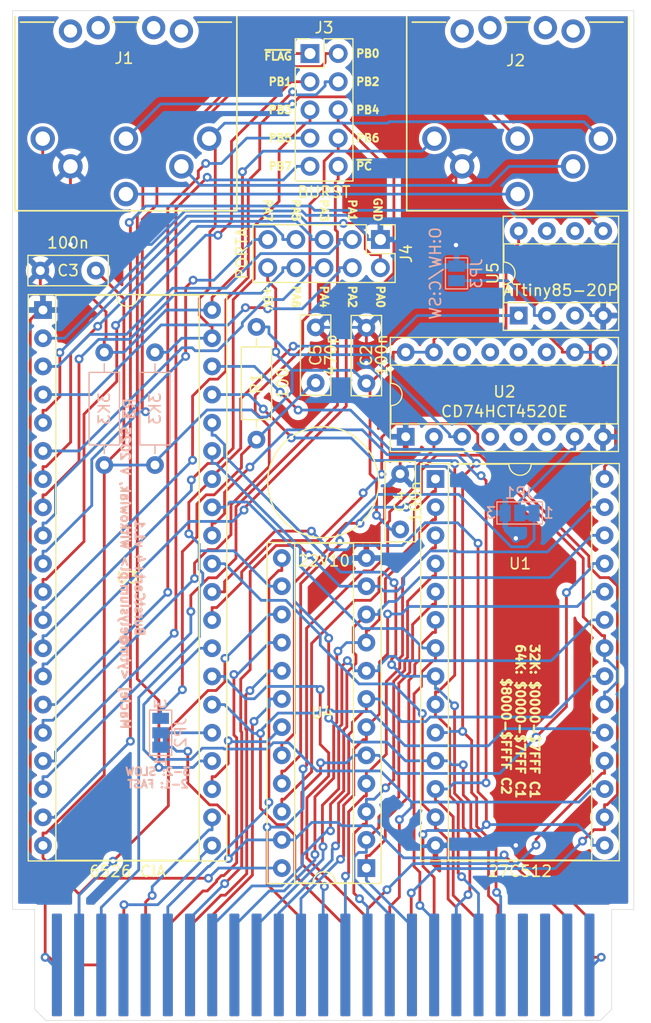
<source format=kicad_pcb>
(kicad_pcb (version 20211014) (generator pcbnew)
  (title_block (title "BurstCart+4") (date "2025-05-01") (rev "1.1") (company "YTM Enterprises") (comment 1 "Maciej Witkowiak <ytm@elysium.pl>"))
  (layers (0 "F.Cu" signal) (31 "B.Cu" signal) (34 "B.Paste" user) (35 "F.Paste" user) (36 "B.SilkS" user "B.Silkscreen") (37 "F.SilkS" user "F.Silkscreen") (38 "B.Mask" user) (39 "F.Mask" user) (44 "Edge.Cuts" user))
  (net 0 "")
  (net 1 "/PA0")
  (net 2 "/PA1")
  (net 3 "/PA2")
  (net 4 "/PA3")
  (net 5 "/PA4")
  (net 6 "/PA5")
  (net 7 "/PA6")
  (net 8 "/PA7")
  (net 9 "/PB0")
  (net 10 "/PB1")
  (net 11 "/PB2")
  (net 12 "/PB3")
  (net 13 "/PB4")
  (net 14 "/PB5")
  (net 15 "/PB6")
  (net 16 "/PB7")
  (net 17 "/~{PC}")
  (net 18 "/TOD")
  (net 19 "/~{IRQ}")
  (net 20 "/R{slash}~{W}")
  (net 21 "/ciaclk")
  (net 22 "/~{FLAG}")
  (net 23 "/PHI2")
  (net 24 "/D7")
  (net 25 "/D6")
  (net 26 "/D5")
  (net 27 "/D4")
  (net 28 "/D3")
  (net 29 "/D2")
  (net 30 "/D1")
  (net 31 "/D0")
  (net 32 "/~{RESET}")
  (net 33 "/~{CIA}")
  (net 34 "IEC_RESET")
  (net 35 "GND")
  (net 36 "IEC_ATN")
  (net 37 "IEC_CLK")
  (net 38 "IEC_DATA")
  (net 39 "VCC")
  (net 40 "/C1HI")
  (net 41 "/C2LO")
  (net 42 "/C2HI")
  (net 43 "/~{CS1}")
  (net 44 "/~{CS0}")
  (net 46 "/MUX")
  (net 47 "/BA")
  (net 48 "/AEC")
  (net 49 "/EXT_AUDIO")
  (net 50 "/NC2")
  (net 51 "/C1LO")
  (net 52 "/NC3")
  (net 53 "/~{RAS}")
  (net 54 "/PHI0")
  (net 55 "/A15")
  (net 56 "/A14")
  (net 57 "/A13")
  (net 58 "/A12")
  (net 59 "/A11")
  (net 60 "/A10")
  (net 61 "/A9")
  (net 62 "/A8")
  (net 63 "/A7")
  (net 64 "/A6")
  (net 65 "/A5")
  (net 66 "/A4")
  (net 67 "/A3")
  (net 68 "/A2")
  (net 69 "/A1")
  (net 70 "/A0")
  (net 71 "/NC1")
  (net 72 "/ROM_A15")
  (net 73 "/~{ROMCS}")
  (net 74 "Net-(C5-Pad1)")
  (net 75 "IEC_SRQ")
  (net 76 "/reset")
  (net 77 "Net-(R1-Pad2)")
  (net 87 "Net-(U2-Pad7)")
  (net 88 "Net-(JP3-Pad1)")
  (footprint "Capacitor_THT:C_Disc_D7.0mm_W2.5mm_P5.00mm" (layer "F.Cu") (at 127.762 75.184 180)
    (property "Value" "470p")
    (fp_text reference "C3")
    (fp_text value "100n")
  )
  (footprint "Connector_PinHeader_2.54mm:PinHeader_2x05_P2.54mm_Vertical" (layer "F.Cu") (at 147.066 55.626)
    (fp_text reference "J3")
    (fp_text value "BURST")
  )
  (footprint "burstcart:DIN6" (layer "F.Cu") (at 130.302 57.658)
    (fp_text reference "J1")
    (fp_text value "IEC")
  )
  (footprint "Package_DIP:DIP-28_W15.24mm_Socket" (layer "F.Cu") (at 158.375 93.965)
    (fp_text reference "U1")
    (fp_text value "27C512")
  )
  (footprint "Capacitor_THT:C_Disc_D7.0mm_W2.5mm_P5.00mm" (layer "F.Cu") (at 155.194 98.512 90)
    (property "Value" "470p")
    (fp_text reference "C4")
    (fp_text value "100n")
  )
  (footprint "Capacitor_THT:C_Disc_D7.0mm_W2.5mm_P5.00mm" (layer "F.Cu") (at 147.574 85.304 90)
    (property "Value" "470p")
    (fp_text reference "C5")
    (fp_text value "470p")
  )
  (footprint "Package_DIP:DIP-8_W7.62mm_Socket" (layer "F.Cu") (at 165.872 79.238 90)
    (fp_text reference "U5")
    (fp_text value "ATtiny85-20P")
  )
  (footprint "Package_DIP:DIP-16_W7.62mm_Socket" (layer "F.Cu") (at 155.692 90.16 90)
    (property "Value" "CD74HCT4520E")
    (fp_text reference "U2")
    (fp_text value "CD74HCT4520E")
  )
  (footprint "c264-magic-cart-rev1:C16_CART" (layer "F.Cu") (at 122.2531 142.7596)
    (fp_text reference "U$1" hide)
    (fp_text value "C16_CARTRIDGE" hide)
    (fp_line (start 54 -10) (end 52 -10) (layer "Edge.Cuts") (width 0.05))
    (fp_line (start -2 -10) (end -2 -91) (layer "Edge.Cuts") (width 0.05))
    (fp_line (start -2 -10) (end 0 -10) (layer "Edge.Cuts") (width 0.05))
    (fp_line (start 51 0) (end 52 -1) (layer "Edge.Cuts") (width 0.05))
    (fp_line (start -2 -91) (end 54 -91) (layer "Edge.Cuts") (width 0.05))
    (fp_line (start 52 -1) (end 52 -10) (layer "Edge.Cuts") (width 0.05))
    (fp_line (start 0 -1) (end 0 -10) (layer "Edge.Cuts") (width 0.05))
    (fp_line (start 1 0) (end 51 0) (layer "Edge.Cuts") (width 0.05))
    (fp_line (start 54 -10) (end 54 -91) (layer "Edge.Cuts") (width 0.05))
    (fp_line (start 1 0) (end 0 -1) (layer "Edge.Cuts") (width 0.05))
  )
  (footprint "Connector_PinHeader_2.54mm:PinHeader_2x05_P2.54mm_Vertical" (layer "F.Cu") (at 153.411 72.385 -90)
    (fp_text reference "J4")
    (fp_text value "PORTA")
  )
  (footprint "Package_DIP:DIP-24_W7.62mm_Socket" (layer "F.Cu") (at 152.146 129.032 180)
    (fp_text reference "U4")
    (fp_text value "22V10")
  )
  (footprint "Capacitor_THT:C_Disc_D7.0mm_W2.5mm_P5.00mm" (layer "F.Cu") (at 152.146 85.344 90)
    (property "Value" "470p")
    (fp_text reference "C2")
    (fp_text value "100n")
  )
  (footprint "Package_DIP:DIP-40_W15.24mm_Socket" (layer "F.Cu") (at 123 78.74)
    (fp_text reference "U3")
    (fp_text value "6526 CIA")
  )
  (footprint "Resistor_THT:R_Axial_DIN0207_L6.3mm_D2.5mm_P10.16mm_Horizontal" (layer "F.Cu") (at 142.24 90.424 90)
    (property "Value" "100")
    (fp_text reference "R1")
    (fp_text value "100")
  )
  (footprint "burstcart:DIN6" (layer "F.Cu") (at 165.608 57.658)
    (fp_text reference "J2")
    (fp_text value "IEC")
  )
  (footprint "Jumper:SolderJumper-3_P1.3mm_Bridged2Bar12_Pad1.0x1.5mm_NumberLabels" (layer "B.Cu") (at 133.604 116.84 90)
    (fp_text reference "JP2")
    (fp_text value "Jumper_3_Bridged12" hide)
  )
  (footprint "Jumper:SolderJumper-3_P1.3mm_Bridged2Bar12_Pad1.0x1.5mm_NumberLabels" (layer "B.Cu") (at 165.9636 97.028 180)
    (fp_text reference "JP1")
    (fp_text value "Jumper_3_Bridged12" hide)
  )
  (footprint "Resistor_THT:R_Axial_DIN0207_L6.3mm_D2.5mm_P10.16mm_Horizontal" (layer "B.Cu") (at 128.524 92.71 90)
    (property "Value" "3K3")
    (fp_text reference "R3")
    (fp_text value "3K3")
  )
  (footprint "Jumper:SolderJumper-2_P1.3mm_Open_Pad1.0x1.5mm" (layer "B.Cu") (at 160.274 75.438 90)
    (fp_text reference "JP3")
    (fp_text value "O:HW/C:SW")
  )
  (footprint "Resistor_THT:R_Axial_DIN0207_L6.3mm_D2.5mm_P10.16mm_Horizontal" (layer "B.Cu") (at 133.096 92.71 90)
    (property "Value" "3K3")
    (fp_text reference "R2")
    (fp_text value "3K3")
  )
  (gr_text "BurstCart+4 v1.1\nMaciej <ytm@elysium.pl> Witkowiak, V 2025" (at 131.064 102.87 270) (layer "B.SilkS") (effects (font (size 0.8 0.8) (thickness 0.2)) (justify mirror)))
  (gr_text "3-2: SLOW\n2-1: FAST" (at 133.35 120.904) (layer "B.SilkS") (effects (font (size 0.7 0.7) (thickness 0.175)) (justify mirror)))
  (gr_text "GND" (at 153.162 70.866 270) (layer "F.SilkS") (effects (font (size 0.7 0.7) (thickness 0.175)) (justify right)))
  (gr_text "+5V" (at 143.256 76.454 270) (layer "F.SilkS") (effects (font (size 0.7 0.7) (thickness 0.175)) (justify left)))
  (gr_text "PA4" (at 148.336 76.454 270) (layer "F.SilkS") (effects (font (size 0.7 0.7) (thickness 0.175)) (justify left)))
  (gr_text "PB7" (at 145.542 65.786) (layer "F.SilkS") (effects (font (size 0.7 0.7) (thickness 0.175)) (justify right)))
  (gr_text "PB4" (at 151.13 60.706) (layer "F.SilkS") (effects (font (size 0.7 0.7) (thickness 0.175)) (justify left)))
  (gr_text "PB1" (at 145.542 58.166) (layer "F.SilkS") (effects (font (size 0.7 0.7) (thickness 0.175)) (justify right)))
  (gr_text "PA5" (at 145.796 70.866 270) (layer "F.SilkS") (effects (font (size 0.7 0.7) (thickness 0.175)) (justify right)))
  (gr_text "PB0" (at 151.13 55.626) (layer "F.SilkS") (effects (font (size 0.7 0.7) (thickness 0.175)) (justify left)))
  (gr_text "PA0" (at 153.416 76.454 270) (layer "F.SilkS") (effects (font (size 0.7 0.7) (thickness 0.175)) (justify left)))
  (gr_text "PA7" (at 143.256 70.866 270) (layer "F.SilkS") (effects (font (size 0.7 0.7) (thickness 0.175)) (justify right)))
  (gr_text "PA1" (at 150.876 70.866 270) (layer "F.SilkS") (effects (font (size 0.7 0.7) (thickness 0.175)) (justify right)))
  (gr_text "PB3" (at 145.542 60.706) (layer "F.SilkS") (effects (font (size 0.7 0.7) (thickness 0.175)) (justify right)))
  (gr_text "32K: $0000-$7FFF C1\n64K: $0000-$7FFF C1\n     $8000-$FFFF C2" (at 166.0204 108.7404 270) (layer "F.SilkS") (effects (font (size 0.8 0.8) (thickness 0.2)) (justify left)))
  (gr_text "PB5" (at 145.542 63.246) (layer "F.SilkS") (effects (font (size 0.7 0.7) (thickness 0.175)) (justify right)))
  (gr_text "~{PC}" (at 151.13 65.786) (layer "F.SilkS") (effects (font (size 0.7 0.7) (thickness 0.175)) (justify left)))
  (gr_text "PA2" (at 150.876 76.454 270) (layer "F.SilkS") (effects (font (size 0.7 0.7) (thickness 0.175)) (justify left)))
  (gr_text "PA3" (at 148.336 70.866 270) (layer "F.SilkS") (effects (font (size 0.7 0.7) (thickness 0.175)) (justify right)))
  (gr_text "PB2" (at 151.13 58.166) (layer "F.SilkS") (effects (font (size 0.7 0.7) (thickness 0.175)) (justify left)))
  (gr_text "PA6" (at 145.796 76.454 270) (layer "F.SilkS") (effects (font (size 0.7 0.7) (thickness 0.175)) (justify left)))
  (gr_text "~{FLAG}" (at 145.542 55.88) (layer "F.SilkS") (effects (font (size 0.7 0.7) (thickness 0.175)) (justify right)))
  (gr_text "PB6" (at 151.13 63.246) (layer "F.SilkS") (effects (font (size 0.7 0.7) (thickness 0.175)) (justify left)))
  (segment (start 152.0479 71.8892) (end 151.0903 70.9316) (width 0.25) (layer "F.Cu") (net 1))
  (segment (start 151.0903 70.9316) (end 150.076 70.9316) (width 0.25) (layer "F.Cu") (net 1))
  (segment (start 152.0479 73.2173) (end 152.0479 71.8892) (width 0.25) (layer "F.Cu") (net 1))
  (segment (start 153.411 73.7481) (end 152.5787 73.7481) (width 0.25) (layer "F.Cu") (net 1))
  (segment (start 153.411 74.925) (end 153.411 73.7481) (width 0.25) (layer "F.Cu") (net 1))
  (segment (start 152.5787 73.7481) (end 152.0479 73.2173) (width 0.25) (layer "F.Cu") (net 1))
  (via (at 150.076 70.9316) (size 0.8) (drill 0.4) (layers "F.Cu" "B.Cu") (net 1))
  (segment (start 135.9638 70.2807) (end 146.1714 70.2807) (width 0.25) (layer "B.Cu") (net 1))
  (segment (start 123 81.28) (end 124.9645 81.28) (width 0.25) (layer "B.Cu") (net 1))
  (segment (start 146.8223 70.9316) (end 150.076 70.9316) (width 0.25) (layer "B.Cu") (net 1))
  (segment (start 146.1714 70.2807) (end 146.8223 70.9316) (width 0.25) (layer "B.Cu") (net 1))
  (segment (start 124.9645 81.28) (end 135.9638 70.2807) (width 0.25) (layer "B.Cu") (net 1))
  (segment (start 130.5252 80.9327) (end 134.6808 76.7771) (width 0.25) (layer "B.Cu") (net 2))
  (segment (start 134.6808 76.7771) (end 139.498 76.7771) (width 0.25) (layer "B.Cu") (net 2))
  (segment (start 123 83.82) (end 124.3394 83.82) (width 0.25) (layer "B.Cu") (net 2))
  (segment (start 124.3394 83.82) (end 127.2267 80.9327) (width 0.25) (layer "B.Cu") (net 2))
  (segment (start 139.498 76.7771) (end 142.6201 73.655) (width 0.25) (layer "B.Cu") (net 2))
  (segment (start 149.6941 72.7508) (end 149.6941 72.385) (width 0.25) (layer "B.Cu") (net 2))
  (segment (start 148.7899 73.655) (end 149.6941 72.7508) (width 0.25) (layer "B.Cu") (net 2))
  (segment (start 150.871 72.385) (end 149.6941 72.385) (width 0.25) (layer "B.Cu") (net 2))
  (segment (start 127.2267 80.9327) (end 130.5252 80.9327) (width 0.25) (layer "B.Cu") (net 2))
  (segment (start 142.6201 73.655) (end 148.7899 73.655) (width 0.25) (layer "B.Cu") (net 2))
  (segment (start 141.2472 78.5283) (end 143.1471 78.5283) (width 0.25) (layer "F.Cu") (net 3))
  (segment (start 143.1471 78.5283) (end 143.2463 78.6275) (width 0.25) (layer "F.Cu") (net 3))
  (via (at 141.2472 78.5283) (size 0.8) (drill 0.4) (layers "F.Cu" "B.Cu") (net 3))
  (via (at 143.2463 78.6275) (size 0.8) (drill 0.4) (layers "F.Cu" "B.Cu") (net 3))
  (segment (start 133.6533 80.0824) (end 139.6931 80.0824) (width 0.25) (layer "B.Cu") (net 3))
  (segment (start 127.3757 86.36) (end 133.6533 80.0824) (width 0.25) (layer "B.Cu") (net 3))
  (segment (start 150.871 74.925) (end 149.6941 74.925) (width 0.25) (layer "B.Cu") (net 3))
  (segment (start 123 86.36) (end 127.3757 86.36) (width 0.25) (layer "B.Cu") (net 3))
  (segment (start 149.6941 75.2928) (end 146.3594 78.6275) (width 0.25) (layer "B.Cu") (net 3))
  (segment (start 146.3594 78.6275) (end 143.2463 78.6275) (width 0.25) (layer "B.Cu") (net 3))
  (segment (start 149.6941 74.925) (end 149.6941 75.2928) (width 0.25) (layer "B.Cu") (net 3))
  (segment (start 139.6931 80.0824) (end 141.2472 78.5283) (width 0.25) (layer "B.Cu") (net 3))
  (segment (start 123.2817 87.7731) (end 124.5192 86.5356) (width 0.25) (layer "F.Cu") (net 4))
  (segment (start 123 88.9) (end 123 87.7731) (width 0.25) (layer "F.Cu") (net 4))
  (segment (start 124.5192 86.5356) (end 124.5192 82.5735) (width 0.25) (layer "F.Cu") (net 4))
  (segment (start 123 87.7731) (end 123.2817 87.7731) (width 0.25) (layer "F.Cu") (net 4))
  (via (at 124.5192 82.5735) (size 0.8) (drill 0.4) (layers "F.Cu" "B.Cu") (net 4))
  (segment (start 147.1541 72.385) (end 147.1541 72.0547) (width 0.25) (layer "B.Cu") (net 4))
  (segment (start 145.8468 70.7474) (end 136.3453 70.7474) (width 0.25) (layer "B.Cu") (net 4))
  (segment (start 147.1541 72.0547) (end 145.8468 70.7474) (width 0.25) (layer "B.Cu") (net 4))
  (segment (start 136.3453 70.7474) (end 124.5192 82.5735) (width 0.25) (layer "B.Cu") (net 4))
  (segment (start 148.331 72.385) (end 147.1541 72.385) (width 0.25) (layer "B.Cu") (net 4))
  (segment (start 140.9645 79.8742) (end 140.9645 80.1924) (width 0.25) (layer "B.Cu") (net 5))
  (segment (start 147.1541 75.2929) (end 144.6484 77.7986) (width 0.25) (layer "B.Cu") (net 5))
  (segment (start 135.5314 82.143) (end 126.2344 91.44) (width 0.25) (layer "B.Cu") (net 5))
  (segment (start 136.4495 82.143) (end 135.5314 82.143) (width 0.25) (layer "B.Cu") (net 5))
  (segment (start 138.7457 82.4112) (end 136.7177 82.4112) (width 0.25) (layer "B.Cu") (net 5))
  (segment (start 144.6484 77.7986) (end 143.0401 77.7986) (width 0.25) (layer "B.Cu") (net 5))
  (segment (start 126.2344 91.44) (end 123 91.44) (width 0.25) (layer "B.Cu") (net 5))
  (segment (start 148.331 74.925) (end 147.1541 74.925) (width 0.25) (layer "B.Cu") (net 5))
  (segment (start 143.0401 77.7986) (end 140.9645 79.8742) (width 0.25) (layer "B.Cu") (net 5))
  (segment (start 136.7177 82.4112) (end 136.4495 82.143) (width 0.25) (layer "B.Cu") (net 5))
  (segment (start 147.1541 74.925) (end 147.1541 75.2929) (width 0.25) (layer "B.Cu") (net 5))
  (segment (start 140.9645 80.1924) (end 138.7457 82.4112) (width 0.25) (layer "B.Cu") (net 5))
  (segment (start 123 92.8531) (end 123.2817 92.8531) (width 0.25) (layer "F.Cu") (net 6))
  (segment (start 123 93.98) (end 123 92.8531) (width 0.25) (layer "F.Cu") (net 6))
  (segment (start 125.4941 82.6453) (end 127.9336 80.2058) (width 0.25) (layer "F.Cu") (net 6))
  (segment (start 125.4941 90.6407) (end 125.4941 82.6453) (width 0.25) (layer "F.Cu") (net 6))
  (segment (start 123.2817 92.8531) (end 125.4941 90.6407) (width 0.25) (layer "F.Cu") (net 6))
  (via (at 127.9336 80.2058) (size 0.8) (drill 0.4) (layers "F.Cu" "B.Cu") (net 6))
  (segment (start 144.6141 72.0192) (end 144.6141 72.385) (width 0.25) (layer "B.Cu") (net 6))
  (segment (start 145.791 72.385) (end 144.6141 72.385) (width 0.25) (layer "B.Cu") (net 6))
  (segment (start 136.94 71.1994) (end 143.7943 71.1994) (width 0.25) (layer "B.Cu") (net 6))
  (segment (start 143.7943 71.1994) (end 144.6141 72.0192) (width 0.25) (layer "B.Cu") (net 6))
  (segment (start 127.9336 80.2058) (end 136.94 71.1994) (width 0.25) (layer "B.Cu") (net 6))
  (segment (start 126.246 92.3806) (end 123.2335 95.3931) (width 0.25) (layer "F.Cu") (net 7))
  (segment (start 123 96.52) (end 123 95.3931) (width 0.25) (layer "F.Cu") (net 7))
  (segment (start 126.246 83.1534) (end 126.246 92.3806) (width 0.25) (layer "F.Cu") (net 7))
  (segment (start 123.2335 95.3931) (end 123 95.3931) (width 0.25) (layer "F.Cu") (net 7))
  (segment (start 126.249 83.1504) (end 126.246 83.1534) (width 0.25) (layer "F.Cu") (net 7))
  (via (at 126.249 83.1504) (size 0.8) (drill 0.4) (layers "F.Cu" "B.Cu") (net 7))
  (segment (start 142.6779 77.229) (end 144.6141 75.2928) (width 0.25) (layer "B.Cu") (net 7))
  (segment (start 134.9719 77.229) (end 142.6779 77.229) (width 0.25) (layer "B.Cu") (net 7))
  (segment (start 128.0148 81.3846) (end 130.8163 81.3846) (width 0.25) (layer "B.Cu") (net 7))
  (segment (start 144.6141 75.2928) (end 144.6141 74.925) (width 0.25) (layer "B.Cu") (net 7))
  (segment (start 145.791 74.925) (end 144.6141 74.925) (width 0.25) (layer "B.Cu") (net 7))
  (segment (start 126.249 83.1504) (end 128.0148 81.3846) (width 0.25) (layer "B.Cu") (net 7))
  (segment (start 130.8163 81.3846) (end 134.9719 77.229) (width 0.25) (layer "B.Cu") (net 7))
  (segment (start 135.8587 82.9142) (end 135.8587 76.7201) (width 0.25) (layer "F.Cu") (net 8))
  (segment (start 135.8587 76.7201) (end 136.5286 76.0502) (width 0.25) (layer "F.Cu") (net 8))
  (via (at 136.5286 76.0502) (size 0.8) (drill 0.4) (layers "F.Cu" "B.Cu") (net 8))
  (via (at 135.8587 82.9142) (size 0.8) (drill 0.4) (layers "F.Cu" "B.Cu") (net 8))
  (segment (start 138.4089 76.0502) (end 142.0741 72.385) (width 0.25) (layer "B.Cu") (net 8))
  (segment (start 136.5286 76.0502) (end 138.4089 76.0502) (width 0.25) (layer "B.Cu") (net 8))
  (segment (start 123 99.06) (end 123 97.9331) (width 0.25) (layer "B.Cu") (net 8))
  (segment (start 124.1269 97.088) (end 124.1269 94.646) (width 0.25) (layer "B.Cu") (net 8))
  (segment (start 143.251 72.385) (end 142.0741 72.385) (width 0.25) (layer "B.Cu") (net 8))
  (segment (start 123.2818 97.9331) (end 124.1269 97.088) (width 0.25) (layer "B.Cu") (net 8))
  (segment (start 123 97.9331) (end 123.2818 97.9331) (width 0.25) (layer "B.Cu") (net 8))
  (segment (start 124.1269 94.646) (end 135.8587 82.9142) (width 0.25) (layer "B.Cu") (net 8))
  (segment (start 133.268 69.2466) (end 133.268 65.845324) (width 0.25) (layer "F.Cu") (net 9))
  (segment (start 131.9525 87.6108) (end 131.9525 70.5621) (width 0.25) (layer "F.Cu") (net 9))
  (segment (start 133.268 65.845324) (end 142.310424 56.8029) (width 0.25) (layer "F.Cu") (net 9))
  (segment (start 148.0614 56.8029) (end 148.4291 56.4352) (width 0.25) (layer "F.Cu") (net 9))
  (segment (start 131.9525 70.5621) (end 133.268 69.2466) (width 0.25) (layer "F.Cu") (net 9))
  (segment (start 132.2506 87.9089) (end 131.9525 87.6108) (width 0.25) (layer "F.Cu") (net 9))
  (segment (start 148.4291 55.626) (end 149.606 55.626) (width 0.25) (layer "F.Cu") (net 9))
  (segment (start 142.310424 56.8029) (end 148.0614 56.8029) (width 0.25) (layer "F.Cu") (net 9))
  (segment (start 148.4291 56.4352) (end 148.4291 55.626) (width 0.25) (layer "F.Cu") (net 9))
  (via (at 132.2506 87.9089) (size 0.8) (drill 0.4) (layers "F.Cu" "B.Cu") (net 9))
  (segment (start 127.3971 96.3577) (end 127.3971 92.2029) (width 0.25) (layer "B.Cu") (net 9))
  (segment (start 127.3971 92.2029) (end 131.6911 87.9089) (width 0.25) (layer "B.Cu") (net 9))
  (segment (start 123.2817 100.4731) (end 127.3971 96.3577) (width 0.25) (layer "B.Cu") (net 9))
  (segment (start 123 100.4731) (end 123.2817 100.4731) (width 0.25) (layer "B.Cu") (net 9))
  (segment (start 123 101.6) (end 123 100.4731) (width 0.25) (layer "B.Cu") (net 9))
  (segment (start 131.6911 87.9089) (end 132.2506 87.9089) (width 0.25) (layer "B.Cu") (net 9))
  (segment (start 129.6509 80.2322) (end 129.5415 80.1228) (width 0.25) (layer "F.Cu") (net 10))
  (segment (start 139.9924 63.5319) (end 145.3583 58.166) (width 0.25) (layer "F.Cu") (net 10))
  (segment (start 126.6979 88.1292) (end 129.6509 85.1762) (width 0.25) (layer "F.Cu") (net 10))
  (segment (start 138.7693 72.0006) (end 139.9924 70.7775) (width 0.25) (layer "F.Cu") (net 10))
  (segment (start 145.3583 58.166) (end 147.066 58.166) (width 0.25) (layer "F.Cu") (net 10))
  (segment (start 126.6979 99.5969) (end 126.6979 88.1292) (width 0.25) (layer "F.Cu") (net 10))
  (segment (start 139.9924 70.7775) (end 139.9924 63.5319) (width 0.25) (layer "F.Cu") (net 10))
  (segment (start 129.6509 85.1762) (end 129.6509 80.2322) (width 0.25) (layer "F.Cu") (net 10))
  (segment (start 123.2817 103.0131) (end 126.6979 99.5969) (width 0.25) (layer "F.Cu") (net 10))
  (segment (start 123 104.14) (end 123 103.0131) (width 0.25) (layer "F.Cu") (net 10))
  (segment (start 123 103.0131) (end 123.2817 103.0131) (width 0.25) (layer "F.Cu") (net 10))
  (via (at 129.5415 80.1228) (size 0.8) (drill 0.4) (layers "F.Cu" "B.Cu") (net 10))
  (via (at 138.7693 72.0006) (size 0.8) (drill 0.4) (layers "F.Cu" "B.Cu") (net 10))
  (segment (start 137.6637 72.0006) (end 129.5415 80.1228) (width 0.25) (layer "B.Cu") (net 10))
  (segment (start 138.7693 72.0006) (end 137.6637 72.0006) (width 0.25) (layer "B.Cu") (net 10))
  (segment (start 141.4997 67.0834) (end 141.4997 75.8069) (width 0.25) (layer "F.Cu") (net 11))
  (segment (start 145.4937 59.079) (end 142.5387 62.034) (width 0.25) (layer "F.Cu") (net 11))
  (segment (start 141.4997 75.8069) (end 139.4847 77.8219) (width 0.25) (layer "F.Cu") (net 11))
  (segment (start 142.5387 62.034) (end 142.5387 66.0444) (width 0.25) (layer "F.Cu") (net 11))
  (segment (start 138.0029 84.9707) (end 136.4831 86.4905) (width 0.25) (layer "F.Cu") (net 11))
  (segment (start 136.4831 86.4905) (end 136.4831 92.2745) (width 0.25) (layer "F.Cu") (net 11))
  (segment (start 138.7439 84.9707) (end 138.0029 84.9707) (width 0.25) (layer "F.Cu") (net 11))
  (segment (start 142.5387 66.0444) (end 141.4997 67.0834) (width 0.25) (layer "F.Cu") (net 11))
  (segment (start 139.4847 84.2299) (end 138.7439 84.9707) (width 0.25) (layer "F.Cu") (net 11))
  (segment (start 139.4847 77.8219) (end 139.4847 84.2299) (width 0.25) (layer "F.Cu") (net 11))
  (via (at 136.4831 92.2745) (size 0.8) (drill 0.4) (layers "F.Cu" "B.Cu") (net 11))
  (via (at 145.4937 59.079) (size 0.8) (drill 0.4) (layers "F.Cu" "B.Cu") (net 11))
  (segment (start 145.4937 59.079) (end 145.7614 59.3467) (width 0.25) (layer "B.Cu") (net 11))
  (segment (start 149.606 58.166) (end 148.4291 58.166) (width 0.25) (layer "B.Cu") (net 11))
  (segment (start 148.4291 58.5318) (end 148.4291 58.166) (width 0.25) (layer "B.Cu") (net 11))
  (segment (start 136.4831 92.2745) (end 123.2045 105.5531) (width 0.25) (layer "B.Cu") (net 11))
  (segment (start 145.7614 59.3467) (end 147.6142 59.3467) (width 0.25) (layer "B.Cu") (net 11))
  (segment (start 147.6142 59.3467) (end 148.4291 58.5318) (width 0.25) (layer "B.Cu") (net 11))
  (segment (start 123.2045 105.5531) (end 123 105.5531) (width 0.25) (layer "B.Cu") (net 11))
  (segment (start 123 106.68) (end 123 105.5531) (width 0.25) (layer "B.Cu") (net 11))
  (segment (start 142.0403 75.9054) (end 142.0403 71.1744) (width 0.25) (layer "F.Cu") (net 12))
  (segment (start 146.7002 61.8829) (end 147.066 61.8829) (width 0.25) (layer "F.Cu") (net 12))
  (segment (start 136.3705 94.0519) (end 137.8555 92.5669) (width 0.25) (layer "F.Cu") (net 12))
  (segment (start 140.1428 77.8029) (end 142.0403 75.9054) (width 0.25) (layer "F.Cu") (net 12))
  (segment (start 144.2805 64.3026) (end 146.7002 61.8829) (width 0.25) (layer "F.Cu") (net 12))
  (segment (start 142.0403 71.1744) (end 144.2805 68.9342) (width 0.25) (layer "F.Cu") (net 12))
  (segment (start 147.066 60.706) (end 147.066 61.8829) (width 0.25) (layer "F.Cu") (net 12))
  (segment (start 140.1428 91.1881) (end 140.1428 77.8029) (width 0.25) (layer "F.Cu") (net 12))
  (segment (start 138.764 92.5669) (end 140.1428 91.1881) (width 0.25) (layer "F.Cu") (net 12))
  (segment (start 137.8555 92.5669) (end 138.764 92.5669) (width 0.25) (layer "F.Cu") (net 12))
  (segment (start 144.2805 68.9342) (end 144.2805 64.3026) (width 0.25) (layer "F.Cu") (net 12))
  (via (at 136.3705 94.0519) (size 0.8) (drill 0.4) (layers "F.Cu" "B.Cu") (net 12))
  (segment (start 123 109.22) (end 123 108.0931) (width 0.25) (layer "B.Cu") (net 12))
  (segment (start 136.3705 95.0043) (end 123.2817 108.0931) (width 0.25) (layer "B.Cu") (net 12))
  (segment (start 123.2817 108.0931) (end 123 108.0931) (width 0.25) (layer "B.Cu") (net 12))
  (segment (start 136.3705 94.0519) (end 136.3705 95.0043) (width 0.25) (layer "B.Cu") (net 12))
  (segment (start 149.9738 61.8829) (end 154.6272 66.5363) (width 0.25) (layer "F.Cu") (net 13))
  (segment (start 154.6272 75.4065) (end 150.3302 79.7035) (width 0.25) (layer "F.Cu") (net 13))
  (segment (start 141.1221 96.7681) (end 141.1221 96.617627) (width 0.25) (layer "F.Cu") (net 13))
  (segment (start 149.606 60.706) (end 149.606 61.8829) (width 0.25) (layer "F.Cu") (net 13))
  (segment (start 154.6272 66.5363) (end 154.6272 75.4065) (width 0.25) (layer "F.Cu") (net 13))
  (segment (start 150.3302 79.7035) (end 150.3302 87.409527) (width 0.25) (layer "F.Cu") (net 13))
  (segment (start 149.606 61.8829) (end 149.9738 61.8829) (width 0.25) (layer "F.Cu") (net 13))
  (segment (start 141.1221 96.617627) (end 150.3302 87.409527) (width 0.25) (layer "F.Cu") (net 13))
  (via (at 141.1221 96.7681) (size 0.8) (drill 0.4) (layers "F.Cu" "B.Cu") (net 13))
  (segment (start 123 110.6331) (end 123.3538 110.6331) (width 0.25) (layer "B.Cu") (net 13))
  (segment (start 140.1002 97.79) (end 141.1221 96.7681) (width 0.25) (layer "B.Cu") (net 13))
  (segment (start 123 111.76) (end 123 110.6331) (width 0.25) (layer "B.Cu") (net 13))
  (segment (start 136.1969 97.79) (end 140.1002 97.79) (width 0.25) (layer "B.Cu") (net 13))
  (segment (start 123.3538 110.6331) (end 136.1969 97.79) (width 0.25) (layer "B.Cu") (net 13))
  (segment (start 134.2489 104.178) (end 134.2489 69.5481) (width 0.25) (layer "F.Cu") (net 14))
  (segment (start 137.001 66.199) (end 137.668 65.532) (width 0.25) (layer "F.Cu") (net 14))
  (segment (start 134.2489 69.5481) (end 137.001 66.796) (width 0.25) (layer "F.Cu") (net 14))
  (segment (start 137.001 66.796) (end 137.001 66.199) (width 0.25) (layer "F.Cu") (net 14))
  (via (at 134.2489 104.178) (size 0.8) (drill 0.4) (layers "F.Cu" "B.Cu") (net 14))
  (via (at 137.668 65.532) (size 0.8) (drill 0.4) (layers "F.Cu" "B.Cu") (net 14))
  (segment (start 147.066 63.246) (end 141.3665 63.246) (width 0.25) (layer "B.Cu") (net 14))
  (segment (start 141.3665 63.246) (end 139.0805 65.532) (width 0.25) (layer "B.Cu") (net 14))
  (segment (start 124.1269 114.3) (end 134.2489 104.178) (width 0.25) (layer "B.Cu") (net 14))
  (segment (start 139.0805 65.532) (end 137.668 65.532) (width 0.25) (layer "B.Cu") (net 14))
  (segment (start 123 114.3) (end 124.1269 114.3) (width 0.25) (layer "B.Cu") (net 14))
  (segment (start 149.2402 64.4229) (end 148.336 65.3271) (width 0.25) (layer "F.Cu") (net 15))
  (segment (start 147.061 69.1869) (end 147.061 79.084) (width 0.25) (layer "F.Cu") (net 15))
  (segment (start 148.336 67.9119) (end 147.061 69.1869) (width 0.25) (layer "F.Cu") (net 15))
  (segment (start 149.606 63.246) (end 149.606 64.4229) (width 0.25) (layer "F.Cu") (net 15))
  (segment (start 143.3924 92.8308) (end 139.9433 96.2799) (width 0.25) (layer "F.Cu") (net 15))
  (segment (start 142.1275 87.9619) (end 143.3924 89.2268) (width 0.25) (layer "F.Cu") (net 15))
  (segment (start 148.336 65.3271) (end 148.336 67.9119) (width 0.25) (layer "F.Cu") (net 15))
  (segment (start 149.606 64.4229) (end 149.2402 64.4229) (width 0.25) (layer "F.Cu") (net 15))
  (segment (start 143.3924 89.2268) (end 143.3924 92.8308) (width 0.25) (layer "F.Cu") (net 15))
  (segment (start 146.4113 82.1598) (end 142.1275 86.4436) (width 0.25) (layer "F.Cu") (net 15))
  (segment (start 139.9433 98.9854) (end 138.5987 100.33) (width 0.25) (layer "F.Cu") (net 15))
  (segment (start 136.662 101.545) (end 136.662 102.9398) (width 0.25) (layer "F.Cu") (net 15))
  (segment (start 146.4113 79.7337) (end 146.4113 82.1598) (width 0.25) (layer "F.Cu") (net 15))
  (segment (start 138.5987 100.33) (end 137.877 100.33) (width 0.25) (layer "F.Cu") (net 15))
  (segment (start 142.1275 86.4436) (end 142.1275 87.9619) (width 0.25) (layer "F.Cu") (net 15))
  (segment (start 137.877 100.33) (end 136.662 101.545) (width 0.25) (layer "F.Cu") (net 15))
  (segment (start 147.061 79.084) (end 146.4113 79.7337) (width 0.25) (layer "F.Cu") (net 15))
  (segment (start 139.9433 96.2799) (end 139.9433 98.9854) (width 0.25) (layer "F.Cu") (net 15))
  (via (at 136.662 102.9398) (size 0.8) (drill 0.4) (layers "F.Cu" "B.Cu") (net 15))
  (segment (start 123 115.7131) (end 123.8887 115.7131) (width 0.25) (layer "B.Cu") (net 15))
  (segment (start 123 116.84) (end 123 115.7131) (width 0.25) (layer "B.Cu") (net 15))
  (segment (start 123.8887 115.7131) (end 136.662 102.9398) (width 0.25) (layer "B.Cu") (net 15))
  (segment (start 134.9823 107.7108) (end 134.8322 107.8609) (width 0.25) (layer "F.Cu") (net 16))
  (segment (start 134.9823 69.595) (end 134.9823 107.7108) (width 0.25) (layer "F.Cu") (net 16))
  (segment (start 137.8002 66.7771) (end 134.9823 69.595) (width 0.25) (layer "F.Cu") (net 16))
  (via (at 137.8002 66.7771) (size 0.8) (drill 0.4) (layers "F.Cu" "B.Cu") (net 16))
  (via (at 134.8322 107.8609) (size 0.8) (drill 0.4) (layers "F.Cu" "B.Cu") (net 16))
  (segment (start 147.066 65.786) (end 145.8891 65.786) (width 0.25) (layer "B.Cu") (net 16))
  (segment (start 124.1269 119.38) (end 124.1269 118.5662) (width 0.25) (layer "B.Cu") (net 16))
  (segment (start 138.0383 67.0152) (end 144.6599 67.0152) (width 0.25) (layer "B.Cu") (net 16))
  (segment (start 124.1269 118.5662) (end 134.8322 107.8609) (width 0.25) (layer "B.Cu") (net 16))
  (segment (start 144.6599 67.0152) (end 145.8891 65.786) (width 0.25) (layer "B.Cu") (net 16))
  (segment (start 123 119.38) (end 124.1269 119.38) (width 0.25) (layer "B.Cu") (net 16))
  (segment (start 137.8002 66.7771) (end 138.0383 67.0152) (width 0.25) (layer "B.Cu") (net 16))
  (segment (start 140.3952 101.1155) (end 138.6407 102.87) (width 0.25) (layer "F.Cu") (net 17))
  (segment (start 137.9098 102.87) (end 136.3264 104.4534) (width 0.25) (layer "F.Cu") (net 17))
  (segment (start 149.3462 71.4979) (end 149.5416 71.6933) (width 0.25) (layer "F.Cu") (net 17))
  (segment (start 138.6407 102.87) (end 137.9098 102.87) (width 0.25) (layer "F.Cu") (net 17))
  (segment (start 136.3264 104.4534) (end 136.3264 105.9063) (width 0.25) (layer "F.Cu") (net 17))
  (segment (start 149.5416 71.6933) (end 149.5416 87.3207) (width 0.25) (layer "F.Cu") (net 17))
  (segment (start 149.606 66.9629) (end 149.3462 67.2227) (width 0.25) (layer "F.Cu") (net 17))
  (segment (start 149.3462 67.2227) (end 149.3462 71.4979) (width 0.25) (layer "F.Cu") (net 17))
  (segment (start 149.606 65.786) (end 149.606 66.9629) (width 0.25) (layer "F.Cu") (net 17))
  (segment (start 149.5416 87.3207) (end 140.3952 96.4671) (width 0.25) (layer "F.Cu") (net 17))
  (segment (start 140.3952 96.4671) (end 140.3952 101.1155) (width 0.25) (layer "F.Cu") (net 17))
  (via (at 136.3264 105.9063) (size 0.8) (drill 0.4) (layers "F.Cu" "B.Cu") (net 17))
  (segment (start 123 121.92) (end 123 120.7931) (width 0.25) (layer "B.Cu") (net 17))
  (segment (start 123.3803 120.7931) (end 136.3264 107.847) (width 0.25) (layer "B.Cu") (net 17))
  (segment (start 123 120.7931) (end 123.3803 120.7931) (width 0.25) (layer "B.Cu") (net 17))
  (segment (start 136.3264 107.847) (end 136.3264 105.9063) (width 0.25) (layer "B.Cu") (net 17))
  (segment (start 130.8802 70.9581) (end 130.7736 70.8515) (width 0.25) (layer "F.Cu") (net 18))
  (segment (start 130.8802 117.5957) (end 130.8802 70.9581) (width 0.25) (layer "F.Cu") (net 18))
  (via (at 130.7736 70.8515) (size 0.8) (drill 0.4) (layers "F.Cu" "B.Cu") (net 18))
  (via (at 130.8802 117.5957) (size 0.8) (drill 0.4) (layers "F.Cu" "B.Cu") (net 18))
  (segment (start 124.1269 124.349) (end 130.8802 117.5957) (width 0.25) (layer "B.Cu") (net 18))
  (segment (start 165.084024 69.7527) (end 165.689324 70.358) (width 0.25) (layer "B.Cu") (net 18))
  (segment (start 132.2596 69.3655) (end 130.7736 70.8515) (width 0.25) (layer "B.Cu") (net 18))
  (segment (start 123 124.46) (end 124.1269 124.46) (width 0.25) (layer "B.Cu") (net 18))
  (segment (start 147.0914 69.3655) (end 132.2596 69.3655) (width 0.25) (layer "B.Cu") (net 18))
  (segment (start 124.1269 124.46) (end 124.1269 124.349) (width 0.25) (layer "B.Cu") (net 18))
  (segment (start 147.4786 69.7527) (end 147.0914 69.3655) (width 0.25) (layer "B.Cu") (net 18))
  (segment (start 147.4786 69.7527) (end 165.084024 69.7527) (width 0.25) (layer "B.Cu") (net 18))
  (segment (start 165.689324 70.358) (end 172.232 70.358) (width 0.25) (layer "B.Cu") (net 18))
  (segment (start 172.232 70.358) (end 173.492 71.618) (width 0.25) (layer "B.Cu") (net 18))
  (segment (start 130.302 132.334) (end 130.2531 134.2454) (width 0.25) (layer "F.Cu") (net 19))
  (via (at 130.302 132.334) (size 0.8) (drill 0.4) (layers "F.Cu" "B.Cu") (net 19))
  (segment (start 133.35 132.334) (end 137.16 128.524) (width 0.25) (layer "B.Cu") (net 19))
  (segment (start 137.16 128.524) (end 137.16 128.08) (width 0.25) (layer "B.Cu") (net 19))
  (segment (start 130.302 132.334) (end 133.35 132.334) (width 0.25) (layer "B.Cu") (net 19))
  (segment (start 137.16 128.08) (end 138.24 127) (width 0.25) (layer "B.Cu") (net 19))
  (segment (start 132.2531 137.7596) (end 132.2531 132.0875) (width 0.25) (layer "F.Cu") (net 20))
  (segment (start 132.2531 132.0875) (end 132.8403 131.5003) (width 0.25) (layer "F.Cu") (net 20))
  (via (at 132.8403 131.5003) (size 0.8) (drill 0.4) (layers "F.Cu" "B.Cu") (net 20))
  (segment (start 138.24 124.46) (end 138.24 125.5869) (width 0.25) (layer "B.Cu") (net 20))
  (segment (start 132.8403 130.7048) (end 132.8403 131.5003) (width 0.25) (layer "B.Cu") (net 20))
  (segment (start 138.24 125.5869) (end 137.9582 125.5869) (width 0.25) (layer "B.Cu") (net 20))
  (segment (start 137.9582 125.5869) (end 132.8403 130.7048) (width 0.25) (layer "B.Cu") (net 20))
  (segment (start 133.604 116.84) (end 138.24 116.84) (width 0.25) (layer "B.Cu") (net 21))
  (segment (start 132.001 66.476634) (end 132.001 69.6492) (width 0.25) (layer "F.Cu") (net 22))
  (segment (start 142.851634 55.626) (end 132.001 66.476634) (width 0.25) (layer "F.Cu") (net 22))
  (segment (start 132.001 69.6492) (end 131.5006 70.1496) (width 0.25) (layer "F.Cu") (net 22))
  (segment (start 147.066 55.626) (end 142.851634 55.626) (width 0.25) (layer "F.Cu") (net 22))
  (segment (start 131.5006 70.1496) (end 131.5006 111.9896) (width 0.25) (layer "F.Cu") (net 22))
  (segment (start 131.5006 111.9896) (end 133.4473 113.9363) (width 0.25) (layer "F.Cu") (net 22))
  (segment (start 133.4473 113.9363) (end 133.4473 119.9625) (width 0.25) (layer "F.Cu") (net 22))
  (via (at 133.4473 119.9625) (size 0.8) (drill 0.4) (layers "F.Cu" "B.Cu") (net 22))
  (segment (start 136.5306 119.9625) (end 133.4473 119.9625) (width 0.25) (layer "B.Cu") (net 22))
  (segment (start 137.1131 119.38) (end 136.5306 119.9625) (width 0.25) (layer "B.Cu") (net 22))
  (segment (start 138.24 119.38) (end 137.1131 119.38) (width 0.25) (layer "B.Cu") (net 22))
  (segment (start 164.5611 127.8467) (end 170.2531 133.5387) (width 0.25) (layer "F.Cu") (net 23))
  (segment (start 138.7077 123.3331) (end 139.7169 124.3423) (width 0.25) (layer "F.Cu") (net 23))
  (segment (start 136.0497 118.5056) (end 136.0497 121.3678) (width 0.25) (layer "F.Cu") (net 23))
  (segment (start 139.7169 124.3423) (end 139.7169 128.1814) (width 0.25) (layer "F.Cu") (net 23))
  (segment (start 138.015 123.3331) (end 138.7077 123.3331) (width 0.25) (layer "F.Cu") (net 23))
  (segment (start 136.0497 121.3678) (end 138.015 123.3331) (width 0.25) (layer "F.Cu") (net 23))
  (via (at 136.0497 118.5056) (size 0.8) (drill 0.4) (layers "F.Cu" "B.Cu") (net 23))
  (via (at 139.7169 128.1814) (size 0.8) (drill 0.4) (layers "F.Cu" "B.Cu") (net 23))
  (via (at 164.5611 127.8467) (size 0.8) (drill 0.4) (layers "F.Cu" "B.Cu") (net 23))
  (segment (start 144.526 126.492) (end 141.4063 126.492) (width 0.25) (layer "B.Cu") (net 23))
  (segment (start 152.6048 125.222) (end 155.4947 128.1119) (width 0.25) (layer "B.Cu") (net 23))
  (segment (start 147.2285 124.9164) (end 149.616 124.9164) (width 0.25) (layer "B.Cu") (net 23))
  (segment (start 133.604 118.14) (end 134.6809 118.14) (width 0.25) (layer "B.Cu") (net 23))
  (segment (start 149.9216 125.222) (end 152.6048 125.222) (width 0.25) (layer "B.Cu") (net 23))
  (segment (start 144.526 126.492) (end 145.6529 126.492) (width 0.25) (layer "B.Cu") (net 23))
  (segment (start 135.0465 118.5056) (end 136.0497 118.5056) (width 0.25) (layer "B.Cu") (net 23))
  (segment (start 149.616 124.9164) (end 149.9216 125.222) (width 0.25) (layer "B.Cu") (net 23))
  (segment (start 164.2959 128.1119) (end 164.5611 127.8467) (width 0.25) (layer "B.Cu") (net 23))
  (segment (start 145.6529 126.492) (end 147.2285 124.9164) (width 0.25) (layer "B.Cu") (net 23))
  (segment (start 141.4063 126.492) (end 139.7169 128.1814) (width 0.25) (layer "B.Cu") (net 23))
  (segment (start 134.6809 118.14) (end 135.0465 118.5056) (width 0.25) (layer "B.Cu") (net 23))
  (segment (start 155.4947 128.1119) (end 164.2959 128.1119) (width 0.25) (layer "B.Cu") (net 23))
  (segment (start 145.6934 126.0551) (end 144.7502 125.1119) (width 0.25) (layer "F.Cu") (net 24))
  (segment (start 145.6934 129.7073) (end 145.6934 126.0551) (width 0.25) (layer "F.Cu") (net 24))
  (segment (start 144.0713 125.1119) (end 142.602 123.6426) (width 0.25) (layer "F.Cu") (net 24))
  (segment (start 144.7502 125.1119) (end 144.0713 125.1119) (width 0.25) (layer "F.Cu") (net 24))
  (segment (start 142.602 123.6426) (end 142.602 116.8942) (width 0.25) (layer "F.Cu") (net 24))
  (segment (start 150.2531 134.267) (end 145.6934 129.7073) (width 0.25) (layer "F.Cu") (net 24))
  (via (at 142.602 116.8942) (size 0.8) (drill 0.4) (layers "F.Cu" "B.Cu") (net 24))
  (segment (start 149.0509 114.7891) (end 148.0832 114.7891) (width 0.25) (layer "B.Cu") (net 24))
  (segment (start 173.615 116.825) (end 172.4881 116.825) (width 0.25) (layer "B.Cu") (net 24))
  (segment (start 155.6344 118.0062) (end 152.5483 114.9201) (width 0.25) (layer "B.Cu") (net 24))
  (segment (start 139.3669 114.3) (end 141.9611 116.8942) (width 0.25) (layer "B.Cu") (net 24))
  (segment (start 138.24 114.3) (end 139.3669 114.3) (width 0.25) (layer "B.Cu") (net 24))
  (segment (start 142.602 116.6471) (end 142.602 116.8942) (width 0.25) (layer "B.Cu") (net 24))
  (segment (start 164.6864 116.4704) (end 163.1506 118.0062) (width 0.25) (layer "B.Cu") (net 24))
  (segment (start 172.4881 116.825) (end 172.1335 116.4704) (width 0.25) (layer "B.Cu") (net 24))
  (segment (start 149.1819 114.9201) (end 149.0509 114.7891) (width 0.25) (layer "B.Cu") (net 24))
  (segment (start 152.5483 114.9201) (end 149.1819 114.9201) (width 0.25) (layer "B.Cu") (net 24))
  (segment (start 172.1335 116.4704) (end 164.6864 116.4704) (width 0.25) (layer "B.Cu") (net 24))
  (segment (start 163.1506 118.0062) (end 155.6344 118.0062) (width 0.25) (layer "B.Cu") (net 24))
  (segment (start 148.0832 114.7891) (end 147.8103 115.062) (width 0.25) (layer "B.Cu") (net 24))
  (segment (start 144.1871 115.062) (end 142.602 116.6471) (width 0.25) (layer "B.Cu") (net 24))
  (segment (start 147.8103 115.062) (end 144.1871 115.062) (width 0.25) (layer "B.Cu") (net 24))
  (segment (start 141.9611 116.8942) (end 142.602 116.8942) (width 0.25) (layer "B.Cu") (net 24))
  (segment (start 148.6636 129.9644) (end 152.2531 133.5539) (width 0.25) (layer "F.Cu") (net 25))
  (segment (start 154.0019 130.9823) (end 152.2531 132.7311) (width 0.25) (layer "F.Cu") (net 25))
  (segment (start 148.6636 129.9644) (end 148.6307 129.9644) (width 0.25) (layer "F.Cu") (net 25))
  (segment (start 167.4371 126.4363) (end 173.3815 120.4919) (width 0.25) (layer "F.Cu") (net 25))
  (segment (start 167.4371 126.966) (end 167.4371 126.4363) (width 0.25) (layer "F.Cu") (net 25))
  (segment (start 148.7486 118.6462) (end 147.985 117.8826) (width 0.25) (layer "F.Cu") (net 25))
  (segment (start 148.7486 120.7367) (end 148.7486 118.6462) (width 0.25) (layer "F.Cu") (net 25))
  (segment (start 173.3815 120.4919) (end 173.615 120.4919) (width 0.25) (layer "F.Cu") (net 25))
  (segment (start 146.784 122.7013) (end 148.7486 120.7367) (width 0.25) (layer "F.Cu") (net 25))
  (segment (start 173.615 119.365) (end 173.615 120.4919) (width 0.25) (layer "F.Cu") (net 25))
  (segment (start 148.6307 129.9644) (end 146.784 128.1177) (width 0.25) (layer "F.Cu") (net 25))
  (segment (start 146.784 128.1177) (end 146.784 122.7013) (width 0.25) (layer "F.Cu") (net 25))
  (segment (start 152.2531 132.7311) (end 152.2531 137.7596) (width 0.25) (layer "F.Cu") (net 25))
  (segment (start 147.985 117.8826) (end 147.985 112.9345) (width 0.25) (layer "F.Cu") (net 25))
  (via (at 167.4371 126.966) (size 0.8) (drill 0.4) (layers "F.Cu" "B.Cu") (net 25))
  (via (at 147.985 112.9345) (size 0.8) (drill 0.4) (layers "F.Cu" "B.Cu") (net 25))
  (via (at 154.0019 130.9823) (size 0.8) (drill 0.4) (layers "F.Cu" "B.Cu") (net 25))
  (segment (start 147.985 112.9345) (end 147.7115 112.661) (width 0.25) (layer "B.Cu") (net 25))
  (segment (start 165.7755 128.6276) (end 156.3566 128.6276) (width 0.25) (layer "B.Cu") (net 25))
  (segment (start 142.0601 113.7699) (end 141.2822 113.7699) (width 0.25) (layer "B.Cu") (net 25))
  (segment (start 147.7115 112.661) (end 143.169 112.661) (width 0.25) (layer "B.Cu") (net 25))
  (segment (start 139.3669 111.8546) (end 139.3669 111.76) (width 0.25) (layer "B.Cu") (net 25))
  (segment (start 138.24 111.76) (end 139.3669 111.76) (width 0.25) (layer "B.Cu") (net 25))
  (segment (start 141.2822 113.7699) (end 139.3669 111.8546) (width 0.25) (layer "B.Cu") (net 25))
  (segment (start 156.3566 128.6276) (end 154.0019 130.9823) (width 0.25) (layer "B.Cu") (net 25))
  (segment (start 167.4371 126.966) (end 165.7755 128.6276) (width 0.25) (layer "B.Cu") (net 25))
  (segment (start 143.169 112.661) (end 142.0601 113.7699) (width 0.25) (layer "B.Cu") (net 25))
  (segment (start 155.1209 124.657) (end 155.1209 131.6451) (width 0.25) (layer "F.Cu") (net 26))
  (segment (start 154.2531 132.5129) (end 154.2531 137.7596) (width 0.25) (layer "F.Cu") (net 26))
  (segment (start 155.1209 131.6451) (end 154.2531 132.5129) (width 0.25) (layer "F.Cu") (net 26))
  (via (at 155.1209 124.657) (size 0.8) (drill 0.4) (layers "F.Cu" "B.Cu") (net 26))
  (segment (start 137.1131 109.22) (end 132.4932 113.8399) (width 0.25) (layer "B.Cu") (net 26))
  (segment (start 145.1387 117.7339) (end 147.6829 120.2781) (width 0.25) (layer "B.Cu") (net 26))
  (segment (start 132.08 118.364) (end 132.9485 119.2325) (width 0.25) (layer "B.Cu") (net 26))
  (segment (start 132.4932 113.8399) (end 132.4932 113.8868) (width 0.25) (layer "B.Cu") (net 26))
  (segment (start 153.4165 120.2781) (end 156.2208 123.0824) (width 0.25) (layer "B.Cu") (net 26))
  (segment (start 132.08 114.3) (end 132.08 118.364) (width 0.25) (layer "B.Cu") (net 26))
  (segment (start 132.9842 119.2325) (end 136.3508 119.2325) (width 0.25) (layer "B.Cu") (net 26))
  (segment (start 139.3368 118.3037) (end 143.1934 118.3037) (width 0.25) (layer "B.Cu") (net 26))
  (segment (start 137.3568 118.2265) (end 139.2596 118.2265) (width 0.25) (layer "B.Cu") (net 26))
  (segment (start 171.3107 123.0824) (end 172.4881 121.905) (width 0.25) (layer "B.Cu") (net 26))
  (segment (start 156.2208 123.0824) (end 156.2208 123.5571) (width 0.25) (layer "B.Cu") (net 26))
  (segment (start 138.24 109.22) (end 137.1131 109.22) (width 0.25) (layer "B.Cu") (net 26))
  (segment (start 132.9485 119.2325) (end 132.9842 119.2325) (width 0.25) (layer "B.Cu") (net 26))
  (segment (start 173.615 121.905) (end 172.4881 121.905) (width 0.25) (layer "B.Cu") (net 26))
  (segment (start 143.1934 118.3037) (end 143.7632 117.7339) (width 0.25) (layer "B.Cu") (net 26))
  (segment (start 143.7632 117.7339) (end 145.1387 117.7339) (width 0.25) (layer "B.Cu") (net 26))
  (segment (start 132.4932 113.8868) (end 132.08 114.3) (width 0.25) (layer "B.Cu") (net 26))
  (segment (start 156.2208 123.0824) (end 171.3107 123.0824) (width 0.25) (layer "B.Cu") (net 26))
  (segment (start 139.2596 118.2265) (end 139.3368 118.3037) (width 0.25) (layer "B.Cu") (net 26))
  (segment (start 156.2208 123.5571) (end 155.1209 124.657) (width 0.25) (layer "B.Cu") (net 26))
  (segment (start 136.3508 119.2325) (end 137.3568 118.2265) (width 0.25) (layer "B.Cu") (net 26))
  (segment (start 147.6829 120.2781) (end 153.4165 120.2781) (width 0.25) (layer "B.Cu") (net 26))
  (segment (start 154.7542 88.9835) (end 161.2363 88.9835) (width 0.25) (layer "F.Cu") (net 27))
  (segment (start 173.615 125.5719) (end 172.662 125.5719) (width 0.25) (layer "F.Cu") (net 27))
  (segment (start 173.615 124.445) (end 173.615 123.3181) (width 0.25) (layer "F.Cu") (net 27))
  (segment (start 140.907 103.3087) (end 140.907 102.3435) (width 0.25) (layer "F.Cu") (net 27))
  (segment (start 140.907 102.3435) (end 143.7386 99.5119) (width 0.25) (layer "F.Cu") (net 27))
  (segment (start 174.7762 103.6151) (end 174.7762 122.3904) (width 0.25) (layer "F.Cu") (net 27))
  (segment (start 172.662 125.5719) (end 171.6301 126.6038) (width 0.25) (layer "F.Cu") (net 27))
  (segment (start 173.8485 123.3181) (end 173.615 123.3181) (width 0.25) (layer "F.Cu") (net 27))
  (segment (start 172.1989 100.9045) (end 172.1989 101.8527) (width 0.25) (layer "F.Cu") (net 27))
  (segment (start 162.1851 89.9323) (end 162.1851 90.8907) (width 0.25) (layer "F.Cu") (net 27))
  (segment (start 174.0161 102.855) (end 174.7762 103.6151) (width 0.25) (layer "F.Cu") (net 27))
  (segment (start 138.6626 105.5531) (end 140.907 103.3087) (width 0.25) (layer "F.Cu") (net 27))
  (segment (start 151.8561 95.4931) (end 151.8561 95.217) (width 0.25) (layer "F.Cu") (net 27))
  (segment (start 174.7762 122.3904) (end 173.8485 123.3181) (width 0.25) (layer "F.Cu") (net 27))
  (segment (start 162.1851 90.8907) (end 172.1989 100.9045) (width 0.25) (layer "F.Cu") (net 27))
  (segment (start 156.1901 137.6966) (end 156.1901 131.2722) (width 0.25) (layer "F.Cu") (net 27))
  (segment (start 147.8373 99.5119) (end 151.8561 95.4931) (width 0.25) (layer "F.Cu") (net 27))
  (segment (start 138.24 105.5531) (end 138.6626 105.5531) (width 0.25) (layer "F.Cu") (net 27))
  (segment (start 161.2363 88.9835) (end 162.1851 89.9323) (width 0.25) (layer "F.Cu") (net 27))
  (segment (start 153.531 93.5421) (end 153.531 90.2067) (width 0.25) (layer "F.Cu") (net 27))
  (segment (start 153.531 90.2067) (end 154.7542 88.9835) (width 0.25) (layer "F.Cu") (net 27))
  (segment (start 173.2012 102.855) (end 174.0161 102.855) (width 0.25) (layer "F.Cu") (net 27))
  (segment (start 173.615 124.445) (end 173.615 125.5719) (width 0.25) (layer "F.Cu") (net 27))
  (segment (start 143.7386 99.5119) (end 147.8373 99.5119) (width 0.25) (layer "F.Cu") (net 27))
  (segment (start 172.1989 101.8527) (end 173.2012 102.855) (width 0.25) (layer "F.Cu") (net 27))
  (segment (start 138.24 106.68) (end 138.24 105.5531) (width 0.25) (layer "F.Cu") (net 27))
  (via (at 171.6301 126.6038) (size 0.8) (drill 0.4) (layers "F.Cu" "B.Cu") (net 27))
  (via (at 151.8561 95.217) (size 0.8) (drill 0.4) (layers "F.Cu" "B.Cu") (net 27))
  (via (at 153.531 93.5421) (size 0.8) (drill 0.4) (layers "F.Cu" "B.Cu") (net 27))
  (via (at 156.1901 131.2722) (size 0.8) (drill 0.4) (layers "F.Cu" "B.Cu") (net 27))
  (segment (start 158.3828 129.0795) (end 169.1544 129.0795) (width 0.25) (layer "B.Cu") (net 27))
  (segment (start 153.531 93.5421) (end 151.8561 95.217) (width 0.25) (layer "B.Cu") (net 27))
  (segment (start 156.1901 131.2722) (end 158.3828 129.0795) (width 0.25) (layer "B.Cu") (net 27))
  (segment (start 169.1544 129.0795) (end 171.6301 126.6038) (width 0.25) (layer "B.Cu") (net 27))
  (segment (start 147.1961 98.6648) (end 143.9188 98.6648) (width 0.25) (layer "F.Cu") (net 28))
  (segment (start 143.9188 98.6648) (end 139.3669 103.2167) (width 0.25) (layer "F.Cu") (net 28))
  (segment (start 138.24 104.14) (end 139.3669 104.14) (width 0.25) (layer "F.Cu") (net 28))
  (segment (start 139.3669 103.2167) (end 139.3669 104.14) (width 0.25) (layer "F.Cu") (net 28))
  (segment (start 157.2463 128.8755) (end 157.2463 125.9995) (width 0.25) (layer "F.Cu") (net 28))
  (segment (start 162.2106 122.1714) (end 162.2106 99.7576) (width 0.25) (layer "F.Cu") (net 28))
  (segment (start 162.9588 122.9196) (end 162.2106 122.1714) (width 0.25) (layer "F.Cu") (net 28))
  (segment (start 158.2531 129.8823) (end 157.2463 128.8755) (width 0.25) (layer "F.Cu") (net 28))
  (segment (start 158.2531 137.7596) (end 158.2531 129.8823) (width 0.25) (layer "F.Cu") (net 28))
  (segment (start 162.9588 125.1129) (end 162.9588 122.9196) (width 0.25) (layer "F.Cu") (net 28))
  (via (at 162.2106 99.7576) (size 0.8) (drill 0.4) (layers "F.Cu" "B.Cu") (net 28))
  (via (at 147.1961 98.6648) (size 0.8) (drill 0.4) (layers "F.Cu" "B.Cu") (net 28))
  (via (at 162.9588 125.1129) (size 0.8) (drill 0.4) (layers "F.Cu" "B.Cu") (net 28))
  (via (at 157.2463 125.9995) (size 0.8) (drill 0.4) (layers "F.Cu" "B.Cu") (net 28))
  (segment (start 162.2106 99.7576) (end 160.3645 97.9115) (width 0.25) (layer "B.Cu") (net 28))
  (segment (start 172.4881 126.985) (end 172.4881 126.4338) (width 0.25) (layer "B.Cu") (net 28))
  (segment (start 162.9588 125.114) (end 162.4259 125.6469) (width 0.25) (layer "B.Cu") (net 28))
  (segment (start 157.431 97.9115) (end 155.3774 99.9651) (width 0.25) (layer "B.Cu") (net 28))
  (segment (start 155.3774 99.9651) (end 150.7814 99.9651) (width 0.25) (layer "B.Cu") (net 28))
  (segment (start 173.615 126.985) (end 172.4881 126.985) (width 0.25) (layer "B.Cu") (net 28))
  (segment (start 171.1683 125.114) (end 162.9588 125.114) (width 0.25) (layer "B.Cu") (net 28))
  (segment (start 157.5989 125.6469) (end 157.2463 125.9995) (width 0.25) (layer "B.Cu") (net 28))
  (segment (start 162.4259 125.6469) (end 157.5989 125.6469) (width 0.25) (layer "B.Cu") (net 28))
  (segment (start 150.4015 100.345) (end 148.8763 100.345) (width 0.25) (layer "B.Cu") (net 28))
  (segment (start 162.9588 125.114) (end 162.9588 125.1129) (width 0.25) (layer "B.Cu") (net 28))
  (segment (start 172.4881 126.4338) (end 171.1683 125.114) (width 0.25) (layer "B.Cu") (net 28))
  (segment (start 160.3645 97.9115) (end 157.431 97.9115) (width 0.25) (layer "B.Cu") (net 28))
  (segment (start 150.7814 99.9651) (end 150.4015 100.345) (width 0.25) (layer "B.Cu") (net 28))
  (segment (start 148.8763 100.345) (end 147.1961 98.6648) (width 0.25) (layer "B.Cu") (net 28))
  (segment (start 158.375 124.445) (end 158.375 125.5719) (width 0.25) (layer "F.Cu") (net 29))
  (segment (start 158.6085 125.5719) (end 159.512 126.4754) (width 0.25) (layer "F.Cu") (net 29))
  (segment (start 160.2531 132.5671) (end 159.512 131.826) (width 0.25) (layer "F.Cu") (net 29))
  (segment (start 159.512 131.826) (end 159.512 126.4754) (width 0.25) (layer "F.Cu") (net 29))
  (segment (start 158.375 124.445) (end 157.1905 123.2605) (width 0.25) (layer "F.Cu") (net 29))
  (segment (start 158.6085 125.5719) (end 158.375 125.5719) (width 0.25) (layer "F.Cu") (net 29))
  (segment (start 160.2531 137.7596) (end 160.2531 132.5671) (width 0.25) (layer "F.Cu") (net 29))
  (segment (start 157.1905 123.2605) (end 157.1905 115.1043) (width 0.25) (layer "F.Cu") (net 29))
  (via (at 157.1905 115.1043) (size 0.8) (drill 0.4) (layers "F.Cu" "B.Cu") (net 29))
  (segment (start 147.9888 108.9318) (end 151.4929 112.4359) (width 0.25) (layer "B.Cu") (net 29))
  (segment (start 151.4929 112.4359) (end 154.5221 112.4359) (width 0.25) (layer "B.Cu") (net 29))
  (segment (start 147.9888 108.0023) (end 147.9888 108.9318) (width 0.25) (layer "B.Cu") (net 29))
  (segment (start 142.6688 104.9019) (end 144.8884 104.9019) (width 0.25) (layer "B.Cu") (net 29))
  (segment (start 154.5221 112.4359) (end 157.1905 115.1043) (width 0.25) (layer "B.Cu") (net 29))
  (segment (start 139.3669 101.6) (end 142.6688 104.9019) (width 0.25) (layer "B.Cu") (net 29))
  (segment (start 144.8884 104.9019) (end 147.9888 108.0023) (width 0.25) (layer "B.Cu") (net 29))
  (segment (start 138.24 101.6) (end 139.3669 101.6) (width 0.25) (layer "B.Cu") (net 29))
  (segment (start 159.9742 131.4932) (end 159.9742 124.4094) (width 0.25) (layer "F.Cu") (net 30))
  (segment (start 162.9376 121.3505) (end 162.9376 94.1197) (width 0.25) (layer "F.Cu") (net 30))
  (segment (start 138.24 99.06) (end 138.24 97.9331) (width 0.25) (layer "F.Cu") (net 30))
  (segment (start 158.375 121.905) (end 158.375 123.0319) (width 0.25) (layer "F.Cu") (net 30))
  (segment (start 139.3669 95.178) (end 141.6521 92.8928) (width 0.25) (layer "F.Cu") (net 30))
  (segment (start 138.5218 97.9331) (end 139.3669 97.088) (width 0.25) (layer "F.Cu") (net 30))
  (segment (start 162.2531 133.7721) (end 159.9742 131.4932) (width 0.25) (layer "F.Cu") (net 30))
  (segment (start 158.5967 123.0319) (end 158.375 123.0319) (width 0.25) (layer "F.Cu") (net 30))
  (segment (start 139.3669 97.088) (end 139.3669 95.178) (width 0.25) (layer "F.Cu") (net 30))
  (segment (start 138.24 97.9331) (end 138.5218 97.9331) (width 0.25) (layer "F.Cu") (net 30))
  (segment (start 159.9742 124.4094) (end 158.5967 123.0319) (width 0.25) (layer "F.Cu") (net 30))
  (segment (start 162.9376 94.1197) (end 162.4856 93.6677) (width 0.25) (layer "F.Cu") (net 30))
  (via (at 162.4856 93.6677) (size 0.8) (drill 0.4) (layers "F.Cu" "B.Cu") (net 30))
  (via (at 162.9376 121.3505) (size 0.8) (drill 0.4) (layers "F.Cu" "B.Cu") (net 30))
  (via (at 141.6521 92.8928) (size 0.8) (drill 0.4) (layers "F.Cu" "B.Cu") (net 30))
  (segment (start 162.1536 93.6677) (end 161.3371 92.8512) (width 0.25) (layer "B.Cu") (net 30))
  (segment (start 158.375 121.905) (end 159.5019 121.905) (width 0.25) (layer "B.Cu") (net 30))
  (segment (start 159.5019 121.905) (end 160.0564 121.3505) (width 0.25) (layer "B.Cu") (net 30))
  (segment (start 145.008 89.5369) (end 141.6521 92.8928) (width 0.25) (layer "B.Cu") (net 30))
  (segment (start 162.4856 93.6677) (end 162.1536 93.6677) (width 0.25) (layer "B.Cu") (net 30))
  (segment (start 151.7804 89.5369) (end 145.008 89.5369) (width 0.25) (layer "B.Cu") (net 30))
  (segment (start 161.3371 92.7682) (end 160.3342 91.7653) (width 0.25) (layer "B.Cu") (net 30))
  (segment (start 160.3342 91.7653) (end 154.0088 91.7653) (width 0.25) (layer "B.Cu") (net 30))
  (segment (start 161.3371 92.8512) (end 161.3371 92.7682) (width 0.25) (layer "B.Cu") (net 30))
  (segment (start 154.0088 91.7653) (end 151.7804 89.5369) (width 0.25) (layer "B.Cu") (net 30))
  (segment (start 160.0564 121.3505) (end 162.9376 121.3505) (width 0.25) (layer "B.Cu") (net 30))
  (segment (start 148.7498 115.516) (end 148.7498 108.3133) (width 0.25) (layer "F.Cu") (net 31))
  (segment (start 164.0189 137.5254) (end 164.0189 132.3871) (width 0.25) (layer "F.Cu") (net 31))
  (segment (start 161.5613 125.4294) (end 161.5613 123.1341) (width 0.25) (layer "F.Cu") (net 31))
  (segment (start 163.1569 131.5252) (end 163.1569 127.025) (width 0.25) (layer "F.Cu") (net 31))
  (segment (start 163.1569 127.025) (end 161.5613 125.4294) (width 0.25) (layer "F.Cu") (net 31))
  (segment (start 164.0188 132.3871) (end 163.1569 131.5252) (width 0.25) (layer "F.Cu") (net 31))
  (segment (start 164.0189 132.3871) (end 164.0188 132.3871) (width 0.25) (layer "F.Cu") (net 31))
  (segment (start 161.5613 123.1341) (end 160.8812 122.454) (width 0.25) (layer "F.Cu") (net 31))
  (segment (start 160.8812 122.454) (end 160.8812 119.7243) (width 0.25) (layer "F.Cu") (net 31))
  (via (at 148.7498 115.516) (size 0.8) (drill 0.4) (layers "F.Cu" "B.Cu") (net 31))
  (via (at 160.8812 119.7243) (size 0.8) (drill 0.4) (layers "F.Cu" "B.Cu") (net 31))
  (via (at 148.7498 108.3133) (size 0.8) (drill 0.4) (layers "F.Cu" "B.Cu") (net 31))
  (segment (start 148.7498 108.0715) (end 145.6529 104.9746) (width 0.25) (layer "B.Cu") (net 31))
  (segment (start 153.9799 117.6759) (end 150.9097 117.6759) (width 0.25) (layer "B.Cu") (net 31))
  (segment (start 158.375 119.365) (end 155.669 119.365) (width 0.25) (layer "B.Cu") (net 31))
  (segment (start 148.7498 108.3133) (end 148.7498 108.0715) (width 0.25) (layer "B.Cu") (net 31))
  (segment (start 158.375 119.365) (end 159.5019 119.365) (width 0.25) (layer "B.Cu") (net 31))
  (segment (start 139.8457 96.0412) (end 139.3669 96.52) (width 0.25) (layer "B.Cu") (net 31))
  (segment (start 141.4232 96.0412) (end 139.8457 96.0412) (width 0.25) (layer "B.Cu") (net 31))
  (segment (start 145.6529 104.9746) (end 145.6529 100.2709) (width 0.25) (layer "B.Cu") (net 31))
  (segment (start 138.24 96.52) (end 139.3669 96.52) (width 0.25) (layer "B.Cu") (net 31))
  (segment (start 160.8812 119.7243) (end 159.8612 119.7243) (width 0.25) (layer "B.Cu") (net 31))
  (segment (start 150.9097 117.6759) (end 148.7498 115.516) (width 0.25) (layer "B.Cu") (net 31))
  (segment (start 155.669 119.365) (end 153.9799 117.6759) (width 0.25) (layer "B.Cu") (net 31))
  (segment (start 159.8612 119.7243) (end 159.5019 119.365) (width 0.25) (layer "B.Cu") (net 31))
  (segment (start 145.6529 100.2709) (end 141.4232 96.0412) (width 0.25) (layer "B.Cu") (net 31))
  (segment (start 140.8221 86.721) (end 145.5473 81.9958) (width 0.25) (layer "F.Cu") (net 32))
  (segment (start 136.1463 96.0737) (end 136.1463 98.9022) (width 0.25) (layer "F.Cu") (net 32))
  (segment (start 140.8221 91.205) (end 140.8221 86.721) (width 0.25) (layer "F.Cu") (net 32))
  (segment (start 138.24 93.98) (end 136.1463 96.0737) (width 0.25) (layer "F.Cu") (net 32))
  (segment (start 138.24 93.7871) (end 140.8221 91.205) (width 0.25) (layer "F.Cu") (net 32))
  (via (at 136.1463 98.9022) (size 0.8) (drill 0.4) (layers "F.Cu" "B.Cu") (net 32))
  (via (at 145.5473 81.9958) (size 0.8) (drill 0.4) (layers "F.Cu" "B.Cu") (net 32))
  (segment (start 145.5473 81.9958) (end 153.9718 81.9958) (width 0.25) (layer "B.Cu") (net 32))
  (segment (start 131.6302 129.1987) (end 128.2531 132.5758) (width 0.25) (layer "B.Cu") (net 32))
  (segment (start 137.0782 100.4396) (end 137.0782 102.1353) (width 0.25) (layer "B.Cu") (net 32))
  (segment (start 137.0782 100.4396) (end 140.2067 100.4396) (width 0.25) (layer "B.Cu") (net 32))
  (segment (start 137.0902 108.1916) (end 131.6302 113.6516) (width 0.25) (layer "B.Cu") (net 32))
  (segment (start 156.7296 79.238) (end 165.872 79.238) (width 0.25) (layer "B.Cu") (net 32))
  (segment (start 140.2067 100.4396) (end 143.3991 103.632) (width 0.25) (layer "B.Cu") (net 32))
  (segment (start 153.9718 81.9958) (end 156.7296 79.238) (width 0.25) (layer "B.Cu") (net 32))
  (segment (start 137.0782 102.1353) (end 137.4042 102.4613) (width 0.25) (layer "B.Cu") (net 32))
  (segment (start 137.0902 103.6961) (end 137.0902 108.1916) (width 0.25) (layer "B.Cu") (net 32))
  (segment (start 128.2531 132.5758) (end 128.2531 137.7596) (width 0.25) (layer "B.Cu") (net 32))
  (segment (start 137.4042 102.4613) (end 137.4042 103.3821) (width 0.25) (layer "B.Cu") (net 32))
  (segment (start 137.0782 99.8341) (end 137.0782 100.4396) (width 0.25) (layer "B.Cu") (net 32))
  (segment (start 136.1463 98.9022) (end 137.0782 99.8341) (width 0.25) (layer "B.Cu") (net 32))
  (segment (start 137.4042 103.3821) (end 137.0902 103.6961) (width 0.25) (layer "B.Cu") (net 32))
  (segment (start 144.526 103.632) (end 143.3991 103.632) (width 0.25) (layer "B.Cu") (net 32))
  (segment (start 131.6302 113.6516) (end 131.6302 129.1987) (width 0.25) (layer "B.Cu") (net 32))
  (segment (start 138.24 121.92) (end 138.24 120.7931) (width 0.25) (layer "F.Cu") (net 33))
  (segment (start 139.6984 119.6164) (end 139.6984 117.5589) (width 0.25) (layer "F.Cu") (net 33))
  (segment (start 138.24 120.7931) (end 138.5217 120.7931) (width 0.25) (layer "F.Cu") (net 33))
  (segment (start 138.5217 120.7931) (end 139.6984 119.6164) (width 0.25) (layer "F.Cu") (net 33))
  (via (at 139.6984 117.5589) (size 0.8) (drill 0.4) (layers "F.Cu" "B.Cu") (net 33))
  (segment (start 143.2165 117.6415) (end 139.781 117.6415) (width 0.25) (layer "B.Cu") (net 33))
  (segment (start 139.781 117.6415) (end 139.6984 117.5589) (width 0.25) (layer "B.Cu") (net 33))
  (segment (start 144.526 116.332) (end 143.2165 117.6415) (width 0.25) (layer "B.Cu") (net 33))
  (segment (start 165.782 68.294) (end 130.476 68.294) (width 0.25) (layer "B.Cu") (net 34))
  (segment (start 172.2531 137.0709) (end 173.3144 137.0709) (width 0.25) (layer "F.Cu") (net 35))
  (segment (start 123 78.1765) (end 123 77.6131) (width 0.25) (layer "F.Cu") (net 35))
  (segment (start 172.3332 87.8943) (end 172.3332 81.5237) (width 0.25) (layer "F.Cu") (net 35))
  (segment (start 173.472 89.0331) (end 172.3332 87.8943) (width 0.25) (layer "F.Cu") (net 35))
  (segment (start 165.6157 126.985) (end 165.6157 99.314) (width 0.25) (layer "F.Cu") (net 35))
  (segment (start 121.8562 129.5291) (end 123.1976 130.8705) (width 0.25) (layer "F.Cu") (net 35))
  (segment (start 160.2223 66.3537) (end 160.2223 72.8863) (width 0.25) (layer "F.Cu") (net 35))
  (segment (start 123 77.6131) (end 122.762 77.3751) (width 0.25) (layer "F.Cu") (net 35))
  (segment (start 172.3332 81.5237) (end 173.492 80.3649) (width 0.25) (layer "F.Cu") (net 35))
  (segment (start 173.472 90.16) (end 173.472 89.0331) (width 0.25) (layer "F.Cu") (net 35))
  (segment (start 152.146 99.185) (end 153.7905 97.5405) (width 0.25) (layer "F.Cu") (net 35))
  (segment (start 122.762 77.3751) (end 122.762 75.184) (width 0.25) (layer "F.Cu") (net 35))
  (segment (start 153.7905 94.9155) (end 155.194 93.512) (width 0.25) (layer "F.Cu") (net 35))
  (segment (start 125.476 72.8296) (end 125.4792 72.8328) (width 0.25) (layer "F.Cu") (net 35))
  (segment (start 123 78.4665) (end 121.8562 79.6103) (width 0.25) (layer "F.Cu") (net 35))
  (segment (start 173.492 79.238) (end 173.492 80.3649) (width 0.25) (layer "F.Cu") (net 35))
  (segment (start 152.146 80.344) (end 152.146 83.5151) (width 0.25) (layer "F.Cu") (net 35))
  (segment (start 123.1976 130.8705) (end 123.1976 137.0767) (width 0.25) (layer "F.Cu") (net 35))
  (segment (start 165.6157 126.985) (end 165.6141 126.985) (width 0.25) (layer "F.Cu") (net 35))
  (segment (start 124.2531 137.7596) (end 123.5702 137.0767) (width 0.25) (layer "F.Cu") (net 35))
  (segment (start 123.5702 137.0767) (end 123.1976 137.0767) (width 0.25) (layer "F.Cu") (net 35))
  (segment (start 155.194 91.7849) (end 155.194 93.512) (width 0.25) (layer "F.Cu") (net 35))
  (segment (start 155.692 91.2869) (end 155.194 91.7849) (width 0.25) (layer "F.Cu") (net 35))
  (segment (start 153.7905 97.5405) (end 153.7905 94.9155) (width 0.25) (layer "F.Cu") (net 35))
  (segment (start 172.2531 133.6224) (end 165.6157 126.985) (width 0.25) (layer "F.Cu") (net 35))
  (segment (start 152.146 101.092) (end 152.146 99.185) (width 0.25) (layer "F.Cu") (net 35))
  (segment (start 125.476 65.794) (end 125.476 72.8296) (width 0.25) (layer "F.Cu") (net 35))
  (segment (start 155.692 90.16) (end 155.692 91.2869) (width 0.25) (layer "F.Cu") (net 35))
  (segment (start 121.8562 79.6103) (end 121.8562 129.5291) (width 0.25) (layer "F.Cu") (net 35))
  (via (at 123.1976 137.0767) (size 0.8) (drill 0.4) (layers "F.Cu" "B.Cu") (net 35))
  (via (at 125.4792 72.8328) (size 0.8) (drill 0.4) (layers "F.Cu" "B.Cu") (net 35))
  (via (at 165.6157 99.314) (size 0.8) (drill 0.4) (layers "F.Cu" "B.Cu") (net 35))
  (via (at 152.146 83.5151) (size 0.8) (drill 0.4) (layers "F.Cu" "B.Cu") (net 35))
  (via (at 173.3144 137.0709) (size 0.8) (drill 0.4) (layers "F.Cu" "B.Cu") (net 35))
  (via (at 165.6141 126.985) (size 0.8) (drill 0.4) (layers "F.Cu" "B.Cu") (net 35))
  (via (at 160.2223 72.8863) (size 0.8) (drill 0.4) (layers "F.Cu" "B.Cu") (net 35))
  (segment (start 122.762 75.184) (end 125.1132 72.8328) (width 0.25) (layer "B.Cu") (net 35))
  (segment (start 155.8679 92.8381) (end 159.3104 92.8381) (width 0.25) (layer "B.Cu") (net 35))
  (segment (start 156.9909 74.788) (end 156.9909 75.4591) (width 0.25) (layer "B.Cu") (net 35))
  (segment (start 156.9909 74.788) (end 160.274 74.788) (width 0.25) (layer "B.Cu") (net 35))
  (segment (start 146.7345 70.2047) (end 146.3472 69.8174) (width 0.25) (layer "B.Cu") (net 35))
  (segment (start 152.146 80.304) (end 147.574 80.304) (width 0.25) (layer "B.Cu") (net 35))
  (segment (start 155.194 93.512) (end 155.8679 92.8381) (width 0.25) (layer "B.Cu") (net 35))
  (segment (start 124.2531 137.7596) (end 123.8805 137.7596) (width 0.25) (layer "B.Cu") (net 35))
  (segment (start 172.3651 78.9562) (end 172.3651 79.238) (width 0.25) (layer "B.Cu") (net 35))
  (segment (start 163.5003 97.028) (end 164.6636 97.028) (width 0.25) (layer "B.Cu") (net 35))
  (segment (start 172.2531 137.7596) (end 172.6257 137.7596) (width 0.25) (layer "B.Cu") (net 35))
  (segment (start 159.3104 92.8381) (end 163.5003 97.028) (width 0.25) (layer "B.Cu") (net 35))
  (segment (start 153.411 72.385) (end 154.5879 72.385) (width 0.25) (layer "B.Cu") (net 35))
  (segment (start 165.6157 99.314) (end 165.354 99.314) (width 0.25) (layer "B.Cu") (net 35))
  (segment (start 146.3472 69.8174) (end 135.7879 69.8174) (width 0.25) (layer "B.Cu") (net 35))
  (segment (start 153.411 72.385) (end 152.2341 72.385) (width 0.25) (layer "B.Cu") (net 35))
  (segment (start 132.7725 72.8328) (end 125.4792 72.8328) (width 0.25) (layer "B.Cu") (net 35))
  (segment (start 155.692 90.16) (end 155.692 87.0611) (width 0.25) (layer "B.Cu") (net 35))
  (segment (start 154.5879 72.385) (end 156.9909 74.788) (width 0.25) (layer "B.Cu") (net 35))
  (segment (start 125.1132 72.8328) (end 125.4792 72.8328) (width 0.25) (layer "B.Cu") (net 35))
  (segment (start 135.7879 69.8174) (end 132.7725 72.8328) (width 0.25) (layer "B.Cu") (net 35))
  (segment (start 173.492 79.238) (end 172.3651 79.238) (width 0.25) (layer "B.Cu") (net 35))
  (segment (start 158.375 126.985) (end 165.6141 126.985) (width 0.25) (layer "B.Cu") (net 35))
  (segment (start 152.2341 72.0178) (end 150.421 70.2047) (width 0.25) (layer "B.Cu") (net 35))
  (segment (start 155.692 87.0611) (end 152.146 83.5151) (width 0.25) (layer "B.Cu") (net 35))
  (segment (start 160.2223 72.8863) (end 160.274 72.938) (width 0.25) (layer "B.Cu") (net 35))
  (segment (start 152.2341 72.385) (end 152.2341 72.0178) (width 0.25) (layer "B.Cu") (net 35))
  (segment (start 165.354 99.314) (end 164.6636 98.6236) (width 0.25) (layer "B.Cu") (net 35))
  (segment (start 168.1969 74.788) (end 172.3651 78.9562) (width 0.25) (layer "B.Cu") (net 35))
  (segment (start 160.274 74.788) (end 168.1969 74.788) (width 0.25) (layer "B.Cu") (net 35))
  (segment (start 123.8805 137.7596) (end 123.1976 137.0767) (width 0.25) (layer "B.Cu") (net 35))
  (segment (start 164.6636 98.6236) (end 164.6636 97.028) (width 0.25) (layer "B.Cu") (net 35))
  (segment (start 156.9909 75.4591) (end 152.146 80.304) (width 0.25) (layer "B.Cu") (net 35))
  (segment (start 160.274 72.938) (end 160.274 74.788) (width 0.25) (layer "B.Cu") (net 35))
  (segment (start 172.6257 137.7596) (end 173.3144 137.0709) (width 0.25) (layer "B.Cu") (net 35))
  (segment (start 150.421 70.2047) (end 146.7345 70.2047) (width 0.25) (layer "B.Cu") (net 35))
  (segment (start 145.4756 60.1713) (end 146.1178 59.5291) (width 0.25) (layer "F.Cu") (net 36))
  (segment (start 162.0171 59.5291) (end 165.782 63.294) (width 0.25) (layer "F.Cu") (net 36))
  (segment (start 146.1178 59.5291) (end 162.0171 59.5291) (width 0.25) (layer "F.Cu") (net 36))
  (via (at 145.4756 60.1713) (size 0.8) (drill 0.4) (layers "F.Cu" "B.Cu") (net 36))
  (segment (start 130.476 63.294) (end 133.5987 60.1713) (width 0.25) (layer "B.Cu") (net 36))
  (segment (start 133.5987 60.1713) (end 145.4756 60.1713) (width 0.25) (layer "B.Cu") (net 36))
  (segment (start 137.186 67.504) (end 163.3006 67.504) (width 0.25) (layer "B.Cu") (net 37))
  (segment (start 165.0106 65.794) (end 170.782 65.794) (width 0.25) (layer "B.Cu") (net 37))
  (segment (start 135.476 65.794) (end 137.186 67.504) (width 0.25) (layer "B.Cu") (net 37))
  (segment (start 163.3006 67.504) (end 165.0106 65.794) (width 0.25) (layer "B.Cu") (net 37))
  (segment (start 138.24 81.28) (end 138.24 80.1531) (width 0.25) (layer "F.Cu") (net 38))
  (segment (start 138.0349 80.1531) (end 138.24 80.1531) (width 0.25) (layer "F.Cu") (net 38))
  (segment (start 137.0917 79.2099) (end 138.0349 80.1531) (width 0.25) (layer "F.Cu") (net 38))
  (segment (start 138.5271 63.8451) (end 138.5271 71.2149) (width 0.25) (layer "F.Cu") (net 38))
  (segment (start 138.0424 76.7489) (end 137.0917 77.6996) (width 0.25) (layer "F.Cu") (net 38))
  (segment (start 138.5271 71.2149) (end 138.0424 71.6996) (width 0.25) (layer "F.Cu") (net 38))
  (segment (start 137.0917 77.6996) (end 137.0917 79.2099) (width 0.25) (layer "F.Cu") (net 38))
  (segment (start 138.0424 71.6996) (end 138.0424 76.7489) (width 0.25) (layer "F.Cu") (net 38))
  (segment (start 154.093 61.8996) (end 154.2236 61.769) (width 0.25) (layer "B.Cu") (net 38))
  (segment (start 135.4929 81.28) (end 134.2229 82.55) (width 0.25) (layer "B.Cu") (net 38))
  (segment (start 139.3704 61.8996) (end 137.976 63.294) (width 0.25) (layer "B.Cu") (net 38))
  (segment (start 133.096 82.55) (end 134.2229 82.55) (width 0.25) (layer "B.Cu") (net 38))
  (segment (start 138.24 81.28) (end 135.4929 81.28) (width 0.25) (layer "B.Cu") (net 38))
  (segment (start 171.757 61.769) (end 173.282 63.294) (width 0.25) (layer "B.Cu") (net 38))
  (segment (start 154.093 61.8996) (end 139.3704 61.8996) (width 0.25) (layer "B.Cu") (net 38))
  (segment (start 154.2236 61.769) (end 171.757 61.769) (width 0.25) (layer "B.Cu") (net 38))
  (segment (start 123 128.1269) (end 126.2531 131.38) (width 0.25) (layer "F.Cu") (net 39))
  (segment (start 123.2817 125.8731) (end 128.524 120.6308) (width 0.25) (layer "F.Cu") (net 39))
  (segment (start 128.524 120.6308) (end 128.524 92.71) (width 0.25) (layer "F.Cu") (net 39))
  (segment (start 143.251 74.925) (end 143.251 76.1019) (width 0.25) (layer "F.Cu") (net 39))
  (segment (start 123 127) (end 123 128.1269) (width 0.25) (layer "F.Cu") (net 39))
  (segment (start 152.4751 85.344) (end 152.4751 93.5141) (width 0.25) (layer "F.Cu") (net 39))
  (segment (start 152.4751 93.5141) (end 153.0636 94.1026) (width 0.25) (layer "F.Cu") (net 39))
  (segment (start 173.472 83.6669) (end 174.603 84.7979) (width 0.25) (layer "F.Cu") (net 39))
  (segment (start 153.0636 94.1026) (end 153.0636 97.2394) (width 0.25) (layer "F.Cu") (net 39))
  (segment (start 143.251 76.1019) (end 143.9767 76.8276) (width 0.25) (layer "F.Cu") (net 39))
  (segment (start 143.9767 76.8276) (end 143.9767 82.5092) (width 0.25) (layer "F.Cu") (net 39))
  (segment (start 169.8051 82.3065) (end 169.8051 82.54) (width 0.25) (layer "F.Cu") (net 39))
  (segment (start 174.603 91.8501) (end 173.615 92.8381) (width 0.25) (layer "F.Cu") (net 39))
  (segment (start 123 127) (end 123 125.8731) (width 0.25) (layer "F.Cu") (net 39))
  (segment (start 168.2742 80.7756) (end 169.8051 82.3065) (width 0.25) (layer "F.Cu") (net 39))
  (segment (start 155.692 82.54) (end 154.5651 82.54) (width 0.25) (layer "F.Cu") (net 39))
  (segment (start 130.2914 90.9426) (end 130.2914 77.7134) (width 0.25) (layer "F.Cu") (net 39))
  (segment (start 164.7316 80.7756) (end 164.7316 73.8853) (width 0.25) (layer "F.Cu") (net 39))
  (segment (start 158.232 81.4131) (end 158.8695 80.7756) (width 0.25) (layer "F.Cu") (net 39))
  (segment (start 154.5651 83.254) (end 154.5651 82.54) (width 0.25) (layer "F.Cu") (net 39))
  (segment (start 123 125.8731) (end 123.2817 125.8731) (width 0.25) (layer "F.Cu") (net 39))
  (segment (start 126.2531 137.7596) (end 128.2531 137.7596) (width 0.25) (layer "F.Cu") (net 39))
  (segment (start 152.4751 85.344) (end 154.5651 83.254) (width 0.25) (layer "F.Cu") (net 39))
  (segment (start 130.2914 77.7134) (end 127.762 75.184) (width 0.25) (layer "F.Cu") (net 39))
  (segment (start 164.7316 73.8853) (end 165.872 72.7449) (width 0.25) (layer "F.Cu") (net 39))
  (segment (start 170.932 82.54) (end 169.8051 82.54) (width 0.25) (layer "F.Cu") (net 39))
  (segment (start 127.6847 129.9484) (end 137.9119 129.9484) (width 0.25) (layer "F.Cu") (net 39))
  (segment (start 126.2531 131.38) (end 127.6847 129.9484) (width 0.25) (layer "F.Cu") (net 39))
  (segment (start 165.872 71.618) (end 165.872 72.7449) (width 0.25) (layer "F.Cu") (net 39))
  (segment (start 173.472 82.54) (end 173.472 83.6669) (width 0.25) (layer "F.Cu") (net 39))
  (segment (start 164.7316 80.7756) (end 168.2742 80.7756) (width 0.25) (layer "F.Cu") (net 39))
  (segment (start 158.232 82.54) (end 158.232 81.4131) (width 0.25) (layer "F.Cu") (net 39))
  (segment (start 173.615 93.965) (end 173.615 92.8381) (width 0.25) (layer "F.Cu") (net 39))
  (segment (start 128.524 92.71) (end 130.2914 90.9426) (width 0.25) (layer "F.Cu") (net 39))
  (segment (start 158.8695 80.7756) (end 164.7316 80.7756) (width 0.25) (layer "F.Cu") (net 39))
  (segment (start 174.603 84.7979) (end 174.603 91.8501) (width 0.25) (layer "F.Cu") (net 39))
  (segment (start 126.2531 131.38) (end 126.2531 137.7596) (width 0.25) (layer "F.Cu") (net 39))
  (via (at 153.0636 97.2394) (size 0.8) (drill 0.4) (layers "F.Cu" "B.Cu") (net 39))
  (via (at 137.9119 129.9484) (size 0.8) (drill 0.4) (layers "F.Cu" "B.Cu") (net 39))
  (via (at 143.9767 82.5092) (size 0.8) (drill 0.4) (layers "F.Cu" "B.Cu") (net 39))
  (segment (start 145.4537 84.1725) (end 150.9745 84.1725) (width 0.25) (layer "B.Cu") (net 39))
  (segment (start 137.7795 87.7489) (end 133.096 92.4324) (width 0.25) (layer "B.Cu") (net 39))
  (segment (start 145.4537 84.1725) (end 145.4537 86.098) (width 0.25) (layer "B.Cu") (net 39))
  (segment (start 150.9745 84.1725) (end 152.146 85.344) (width 0.25) (layer "B.Cu") (net 39))
  (segment (start 138.8283 129.032) (end 137.9119 129.9484) (width 0.25) (layer "B.Cu") (net 39))
  (segment (start 145.4537 86.098) (end 143.1639 88.3878) (width 0.25) (layer "B.Cu") (net 39))
  (segment (start 153.0636 97.2394) (end 154.3362 98.512) (width 0.25) (layer "B.Cu") (net 39))
  (segment (start 138.8283 129.032) (end 144.526 129.032) (width 0.25) (layer "B.Cu") (net 39))
  (segment (start 170.932 82.54) (end 173.472 82.54) (width 0.25) (layer "B.Cu") (net 39))
  (segment (start 155.692 82.54) (end 158.232 82.54) (width 0.25) (layer "B.Cu") (net 39))
  (segment (start 143.1639 88.3878) (end 142.4506 88.3878) (width 0.25) (layer "B.Cu") (net 39))
  (segment (start 128.524 92.71) (end 133.096 92.71) (width 0.25) (layer "B.Cu") (net 39))
  (segment (start 143.9767 82.6955) (end 143.9767 82.5092) (width 0.25) (layer "B.Cu") (net 39))
  (segment (start 145.4537 84.1725) (end 143.9767 82.6955) (width 0.25) (layer "B.Cu") (net 39))
  (segment (start 154.3362 98.512) (end 155.194 98.512) (width 0.25) (layer "B.Cu") (net 39))
  (segment (start 142.4506 88.3878) (end 141.8117 87.7489) (width 0.25) (layer "B.Cu") (net 39))
  (segment (start 141.8117 87.7489) (end 137.7795 87.7489) (width 0.25) (layer "B.Cu") (net 39))
  (segment (start 139.3033 129.7078) (end 139.0774 129.7078) (width 0.25) (layer "F.Cu") (net 40))
  (segment (start 140.4587 117.2891) (end 140.4587 128.5524) (width 0.25) (layer "F.Cu") (net 40))
  (segment (start 137.4132 131.0951) (end 134.2531 134.2552) (width 0.25) (layer "F.Cu") (net 40))
  (segment (start 140.2092 117.0396) (end 140.4587 117.2891) (width 0.25) (layer "F.Cu") (net 40))
  (segment (start 138.6515 130.248) (end 137.8044 131.0951) (width 0.25) (layer "F.Cu") (net 40))
  (segment (start 137.8044 131.0951) (end 137.4132 131.0951) (width 0.25) (layer "F.Cu") (net 40))
  (segment (start 140.2092 111.5864) (end 140.2092 117.0396) (width 0.25) (layer "F.Cu") (net 40))
  (segment (start 139.0774 129.7078) (end 138.6515 130.1337) (width 0.25) (layer "F.Cu") (net 40))
  (segment (start 140.4587 128.5524) (end 139.3033 129.7078) (width 0.25) (layer "F.Cu") (net 40))
  (segment (start 138.6515 130.1337) (end 138.6515 130.248) (width 0.25) (layer "F.Cu") (net 40))
  (via (at 140.2092 111.5864) (size 0.8) (drill 0.4) (layers "F.Cu" "B.Cu") (net 40))
  (segment (start 143.3991 108.712) (end 140.5247 111.5864) (width 0.25) (layer "B.Cu") (net 40))
  (segment (start 144.526 108.712) (end 143.3991 108.712) (width 0.25) (layer "B.Cu") (net 40))
  (segment (start 140.5247 111.5864) (end 140.2092 111.5864) (width 0.25) (layer "B.Cu") (net 40))
  (segment (start 136.2531 134.27) (end 139.0461 131.477) (width 0.25) (layer "F.Cu") (net 41))
  (segment (start 139.0461 131.477) (end 139.4292 131.477) (width 0.25) (layer "F.Cu") (net 41))
  (segment (start 141.2767 113.4123) (end 141.6513 113.0377) (width 0.25) (layer "F.Cu") (net 41))
  (segment (start 139.4292 131.477) (end 141.3649 129.5413) (width 0.25) (layer "F.Cu") (net 41))
  (segment (start 141.2767 116.5129) (end 141.2767 113.4123) (width 0.25) (layer "F.Cu") (net 41))
  (segment (start 141.3649 116.6011) (end 141.2767 116.5129) (width 0.25) (layer "F.Cu") (net 41))
  (segment (start 141.3649 129.5413) (end 141.3649 116.6011) (width 0.25) (layer "F.Cu") (net 41))
  (via (at 141.6513 113.0377) (size 0.8) (drill 0.4) (layers "F.Cu" "B.Cu") (net 41))
  (segment (start 144.526 111.252) (end 143.3991 111.252) (width 0.25) (layer "B.Cu") (net 41))
  (segment (start 143.3991 111.2899) (end 141.6513 113.0377) (width 0.25) (layer "B.Cu") (net 41))
  (segment (start 143.3991 111.252) (end 143.3991 111.2899) (width 0.25) (layer "B.Cu") (net 41))
  (segment (start 138.2531 133.2951) (end 141.875 129.6732) (width 0.25) (layer "F.Cu") (net 42))
  (segment (start 141.875 129.6732) (end 141.875 115.9575) (width 0.25) (layer "F.Cu") (net 42))
  (segment (start 141.875 115.9575) (end 142.0186 115.8139) (width 0.25) (layer "F.Cu") (net 42))
  (via (at 142.0186 115.8139) (size 0.8) (drill 0.4) (layers "F.Cu" "B.Cu") (net 42))
  (segment (start 143.3991 114.4334) (end 142.0186 115.8139) (width 0.25) (layer "B.Cu") (net 42))
  (segment (start 144.526 113.792) (end 143.3991 113.792) (width 0.25) (layer "B.Cu") (net 42))
  (segment (start 143.3991 113.792) (end 143.3991 114.4334) (width 0.25) (layer "B.Cu") (net 42))
  (segment (start 146.7599 119.7777) (end 146.4429 120.0947) (width 0.25) (layer "F.Cu") (net 46))
  (segment (start 154.0671 100.7783) (end 152.5928 102.2526) (width 0.25) (layer "F.Cu") (net 46))
  (segment (start 158.232 91.2869) (end 156.64 92.8789) (width 0.25) (layer "F.Cu") (net 46))
  (segment (start 154.2424 96.941) (end 154.2424 97.7277) (width 0.25) (layer "F.Cu") (net 46))
  (segment (start 158.232 90.16) (end 158.232 91.2869) (width 0.25) (layer "F.Cu") (net 46))
  (segment (start 146.7599 107.4206) (end 146.7599 119.7777) (width 0.25) (layer "F.Cu") (net 46))
  (segment (start 146.2531 133.5424) (end 143.2076 130.4969) (width 0.25) (layer "F.Cu") (net 46))
  (segment (start 156.64 92.8789) (end 156.64 94.5434) (width 0.25) (layer "F.Cu") (net 46))
  (segment (start 143.2076 130.4969) (end 143.2076 125.3407) (width 0.25) (layer "F.Cu") (net 46))
  (segment (start 154.0671 97.903) (end 154.0671 100.7783) (width 0.25) (layer "F.Cu") (net 46))
  (segment (start 154.2424 97.7277) (end 154.0671 97.903) (width 0.25) (layer "F.Cu") (net 46))
  (segment (start 156.64 94.5434) (end 154.2424 96.941) (width 0.25) (layer "F.Cu") (net 46))
  (segment (start 151.9279 102.2526) (end 146.7599 107.4206) (width 0.25) (layer "F.Cu") (net 46))
  (segment (start 152.5928 102.2526) (end 151.9279 102.2526) (width 0.25) (layer "F.Cu") (net 46))
  (via (at 143.2076 125.3407) (size 0.8) (drill 0.4) (layers "F.Cu" "B.Cu") (net 46))
  (via (at 146.4429 120.0947) (size 0.8) (drill 0.4) (layers "F.Cu" "B.Cu") (net 46))
  (segment (start 146.4429 123.6679) (end 146.4429 120.0947) (width 0.25) (layer "B.Cu") (net 46))
  (segment (start 143.2076 125.3407) (end 144.7701 125.3407) (width 0.25) (layer "B.Cu") (net 46))
  (segment (start 144.7701 125.3407) (end 146.4429 123.6679) (width 0.25) (layer "B.Cu") (net 46))
  (segment (start 138.5994 113.03) (end 137.8724 113.03) (width 0.25) (layer "F.Cu") (net 51))
  (segment (start 134.3011 116.6013) (end 134.3011 123.4292) (width 0.25) (layer "F.Cu") (net 51))
  (segment (start 139.3964 110.136) (end 139.3964 112.233) (width 0.25) (layer "F.Cu") (net 51))
  (segment (start 139.3964 112.233) (end 138.5994 113.03) (width 0.25) (layer "F.Cu") (net 51))
  (segment (start 137.8724 113.03) (end 134.3011 116.6013) (width 0.25) (layer "F.Cu") (net 51))
  (segment (start 134.3011 123.4292) (end 129.3192 128.4111) (width 0.25) (layer "F.Cu") (net 51))
  (via (at 139.3964 110.136) (size 0.8) (drill 0.4) (layers "F.Cu" "B.Cu") (net 51))
  (via (at 129.3192 128.4111) (size 0.8) (drill 0.4) (layers "F.Cu" "B.Cu") (net 51))
  (segment (start 143.3991 106.172) (end 139.4351 110.136) (width 0.25) (layer "B.Cu") (net 51))
  (segment (start 144.526 106.172) (end 143.3991 106.172) (width 0.25) (layer "B.Cu") (net 51))
  (segment (start 126.2531 131.4772) (end 126.2531 137.7596) (width 0.25) (layer "B.Cu") (net 51))
  (segment (start 139.4351 110.136) (end 139.3964 110.136) (width 0.25) (layer "B.Cu") (net 51))
  (segment (start 129.3192 128.4111) (end 126.2531 131.4772) (width 0.25) (layer "B.Cu") (net 51))
  (segment (start 143.3629 103.1003) (end 144.2443 102.2189) (width 0.25) (layer "F.Cu") (net 55))
  (segment (start 143.3629 123.1111) (end 143.3629 103.1003) (width 0.25) (layer "F.Cu") (net 55))
  (segment (start 144.526 101.092) (end 144.526 102.2189) (width 0.25) (layer "F.Cu") (net 55))
  (segment (start 144.2443 102.2189) (end 144.526 102.2189) (width 0.25) (layer "F.Cu") (net 55))
  (via (at 143.3629 123.1111) (size 0.8) (drill 0.4) (layers "F.Cu" "B.Cu") (net 55))
  (segment (start 143.3629 123.1111) (end 143.3629 123.5075) (width 0.25) (layer "B.Cu") (net 55))
  (segment (start 137.8907 128.8861) (end 134.2531 132.5237) (width 0.25) (layer "B.Cu") (net 55))
  (segment (start 143.3629 123.5075) (end 137.9844 128.886) (width 0.25) (layer "B.Cu") (net 55))
  (segment (start 137.9844 128.8861) (end 137.8907 128.8861) (width 0.25) (layer "B.Cu") (net 55))
  (segment (start 137.9844 128.886) (end 137.9844 128.8861) (width 0.25) (layer "B.Cu") (net 55))
  (segment (start 134.2531 132.5237) (end 134.2531 137.7596) (width 0.25) (layer "B.Cu") (net 55))
  (segment (start 144.0022 99.9651) (end 141.6739 102.2934) (width 0.25) (layer "F.Cu") (net 56))
  (segment (start 140.9106 128.9029) (end 139.3788 130.4347) (width 0.25) (layer "F.Cu") (net 56))
  (segment (start 140.9106 116.7859) (end 140.9106 128.9029) (width 0.25) (layer "F.Cu") (net 56))
  (segment (start 141.6739 111.15) (end 140.823 112.0009) (width 0.25) (layer "F.Cu") (net 56))
  (segment (start 146.0973 99.9651) (end 144.0022 99.9651) (width 0.25) (layer "F.Cu") (net 56))
  (segment (start 140.823 116.6983) (end 140.9106 116.7859) (width 0.25) (layer "F.Cu") (net 56))
  (segment (start 141.6739 102.2934) (end 141.6739 111.15) (width 0.25) (layer "F.Cu") (net 56))
  (segment (start 140.823 112.0009) (end 140.823 116.6983) (width 0.25) (layer "F.Cu") (net 56))
  (segment (start 146.942 100.8098) (end 146.0973 99.9651) (width 0.25) (layer "F.Cu") (net 56))
  (via (at 146.942 100.8098) (size 0.8) (drill 0.4) (layers "F.Cu" "B.Cu") (net 56))
  (via (at 139.3788 130.4347) (size 0.8) (drill 0.4) (layers "F.Cu" "B.Cu") (net 56))
  (segment (start 173.615 96.505) (end 172.4881 96.505) (width 0.25) (layer "B.Cu") (net 56))
  (segment (start 168.4564 100.5367) (end 172.4881 96.505) (width 0.25) (layer "B.Cu") (net 56))
  (segment (start 154.925 104.0674) (end 155.5198 103.4726) (width 0.25) (layer "B.Cu") (net 56))
  (segment (start 149.7642 103.632) (end 152.146 103.632) (width 0.25) (layer "B.Cu") (net 56))
  (segment (start 146.942 100.8098) (end 149.7642 103.632) (width 0.25) (layer "B.Cu") (net 56))
  (segment (start 157.8818 100.4515) (end 160.2394 100.4515) (width 0.25) (layer "B.Cu") (net 56))
  (segment (start 155.5198 103.4726) (end 155.5198 102.8135) (width 0.25) (layer "B.Cu") (net 56))
  (segment (start 136.2531 133.5604) (end 139.3788 130.4347) (width 0.25) (layer "B.Cu") (net 56))
  (segment (start 153.7083 104.0674) (end 154.925 104.0674) (width 0.25) (layer "B.Cu") (net 56))
  (segment (start 160.3246 100.5367) (end 168.4564 100.5367) (width 0.25) (layer "B.Cu") (net 56))
  (segment (start 155.5198 102.8135) (end 157.8818 100.4515) (width 0.25) (layer "B.Cu") (net 56))
  (segment (start 160.2394 100.4515) (end 160.3246 100.5367) (width 0.25) (layer "B.Cu") (net 56))
  (segment (start 153.2729 103.632) (end 153.7083 104.0674) (width 0.25) (layer "B.Cu") (net 56))
  (segment (start 152.146 103.632) (end 153.2729 103.632) (width 0.25) (layer "B.Cu") (net 56))
  (segment (start 148.9154 125.6761) (end 148.9154 123.2766) (width 0.25) (layer "F.Cu") (net 57))
  (segment (start 150.1057 122.0863) (end 150.1057 116.5779) (width 0.25) (layer "F.Cu") (net 57))
  (segment (start 150.3883 116.2953) (end 150.3883 111.4113) (width 0.25) (layer "F.Cu") (net 57))
  (segment (start 150.9697 109.5895) (end 150.9697 107.3483) (width 0.25) (layer "F.Cu") (net 57))
  (segment (start 151.209 110.5906) (end 151.209 109.8288) (width 0.25) (layer "F.Cu") (net 57))
  (segment (start 150.3883 111.4113) (end 151.209 110.5906) (width 0.25) (layer "F.Cu") (net 57))
  (segment (start 151.209 109.8288) (end 150.9697 109.5895) (width 0.25) (layer "F.Cu") (net 57))
  (segment (start 150.9697 107.3483) (end 152.146 106.172) (width 0.25) (layer "F.Cu") (net 57))
  (segment (start 148.9154 123.2766) (end 150.1057 122.0863) (width 0.25) (layer "F.Cu") (net 57))
  (segment (start 150.1057 116.5779) (end 150.3883 116.2953) (width 0.25) (layer "F.Cu") (net 57))
  (via (at 148.9154 125.6761) (size 0.8) (drill 0.4) (layers "F.Cu" "B.Cu") (net 57))
  (segment (start 141.8444 130.6411) (end 144.5272 130.6411) (width 0.25) (layer "B.Cu") (net 57))
  (segment (start 168.6781 102.855) (end 172.4881 99.045) (width 0.25) (layer "B.Cu") (net 57))
  (segment (start 154.1593 105.0039) (end 154.796 105.0039) (width 0.25) (layer "B.Cu") (net 57))
  (segment (start 146.386 127.8988) (end 148.6087 125.6761) (width 0.25) (layer "B.Cu") (net 57))
  (segment (start 153.2729 106.172) (end 153.2729 105.8903) (width 0.25) (layer "B.Cu") (net 57))
  (segment (start 152.146 106.172) (end 153.2729 106.172) (width 0.25) (layer "B.Cu") (net 57))
  (segment (start 146.386 128.7823) (end 146.386 127.8988) (width 0.25) (layer "B.Cu") (net 57))
  (segment (start 153.2729 105.8903) (end 154.1593 105.0039) (width 0.25) (layer "B.Cu") (net 57))
  (segment (start 144.5272 130.6411) (end 146.386 128.7823) (width 0.25) (layer "B.Cu") (net 57))
  (segment (start 138.2531 134.2324) (end 141.8444 130.6411) (width 0.25) (layer "B.Cu") (net 57))
  (segment (start 148.6087 125.6761) (end 148.9154 125.6761) (width 0.25) (layer "B.Cu") (net 57))
  (segment (start 156.9449 102.855) (end 168.6781 102.855) (width 0.25) (layer "B.Cu") (net 57))
  (segment (start 154.796 105.0039) (end 156.9449 102.855) (width 0.25) (layer "B.Cu") (net 57))
  (segment (start 173.615 99.045) (end 172.4881 99.045) (width 0.25) (layer "B.Cu") (net 57))
  (segment (start 158.375 97.6319) (end 158.1415 97.6319) (width 0.25) (layer "F.Cu") (net 58))
  (segment (start 149.483 115.909) (end 149.2019 116.1901) (width 0.25) (layer "F.Cu") (net 58))
  (segment (start 156.9604 99.8662) (end 153.8628 102.9638) (width 0.25) (layer "F.Cu") (net 58))
  (segment (start 153.3344 105.8338) (end 153.3344 106.6117) (width 0.25) (layer "F.Cu") (net 58))
  (segment (start 149.5857 109.4854) (end 149.483 109.5881) (width 0.25) (layer "F.Cu") (net 58))
  (segment (start 149.2019 116.1901) (end 149.2019 120.9225) (width 0.25) (layer "F.Cu") (net 58))
  (segment (start 149.2019 120.9225) (end 147.511 122.6134) (width 0.25) (layer "F.Cu") (net 58))
  (segment (start 149.483 109.5881) (end 149.483 115.909) (width 0.25) (layer "F.Cu") (net 58))
  (segment (start 158.1415 97.6319) (end 156.9604 98.813) (width 0.25) (layer "F.Cu") (net 58))
  (segment (start 147.511 122.6134) (end 147.511 127.8089) (width 0.25) (layer "F.Cu") (net 58))
  (segment (start 158.375 96.505) (end 158.375 97.6319) (width 0.25) (layer "F.Cu") (net 58))
  (segment (start 156.9604 98.813) (end 156.9604 99.8662) (width 0.25) (layer "F.Cu") (net 58))
  (segment (start 153.8628 102.9638) (end 153.8628 105.3054) (width 0.25) (layer "F.Cu") (net 58))
  (segment (start 152.146 108.712) (end 152.146 107.5851) (width 0.25) (layer "F.Cu") (net 58))
  (segment (start 153.8628 105.3054) (end 153.3344 105.8338) (width 0.25) (layer "F.Cu") (net 58))
  (segment (start 153.3344 106.6117) (end 152.361 107.5851) (width 0.25) (layer "F.Cu") (net 58))
  (segment (start 152.361 107.5851) (end 152.146 107.5851) (width 0.25) (layer "F.Cu") (net 58))
  (via (at 149.5857 109.4854) (size 0.8) (drill 0.4) (layers "F.Cu" "B.Cu") (net 58))
  (via (at 147.511 127.8089) (size 0.8) (drill 0.4) (layers "F.Cu" "B.Cu") (net 58))
  (segment (start 152.146 108.712) (end 150.3591 108.712) (width 0.25) (layer "B.Cu") (net 58))
  (segment (start 144.7315 131.0945) (end 147.511 128.315) (width 0.25) (layer "B.Cu") (net 58))
  (segment (start 140.2531 134.2353) (end 143.3939 131.0945) (width 0.25) (layer "B.Cu") (net 58))
  (segment (start 147.511 128.315) (end 147.511 127.8089) (width 0.25) (layer "B.Cu") (net 58))
  (segment (start 143.3939 131.0945) (end 144.7315 131.0945) (width 0.25) (layer "B.Cu") (net 58))
  (segment (start 150.3591 108.712) (end 149.5857 109.4854) (width 0.25) (layer "B.Cu") (net 58))
  (segment (start 148.1854 127.0431) (end 148.1854 123.3675) (width 0.25) (layer "F.Cu") (net 59))
  (segment (start 148.1854 123.3675) (end 149.6538 121.8991) (width 0.25) (layer "F.Cu") (net 59))
  (segment (start 148.2419 127.0996) (end 148.1854 127.0431) (width 0.25) (layer "F.Cu") (net 59))
  (segment (start 149.9349 116.0962) (end 149.9349 110.8351) (width 0.25) (layer "F.Cu") (net 59))
  (segment (start 149.6538 116.3773) (end 149.9349 116.0962) (width 0.25) (layer "F.Cu") (net 59))
  (segment (start 149.6538 121.8991) (end 149.6538 116.3773) (width 0.25) (layer "F.Cu") (net 59))
  (segment (start 149.9349 110.8351) (end 150.4292 110.3408) (width 0.25) (layer "F.Cu") (net 59))
  (via (at 148.2419 127.0996) (size 0.8) (drill 0.4) (layers "F.Cu" "B.Cu") (net 59))
  (via (at 150.4292 110.3408) (size 0.8) (drill 0.4) (layers "F.Cu" "B.Cu") (net 59))
  (segment (start 154.1409 109.9534) (end 153.2729 110.8214) (width 0.25) (layer "B.Cu") (net 59))
  (segment (start 151.0191 111.252) (end 151.0191 110.9307) (width 0.25) (layer "B.Cu") (net 59))
  (segment (start 151.5826 111.252) (end 151.0191 111.252) (width 0.25) (layer "B.Cu") (net 59))
  (segment (start 173.615 106.665) (end 172.4881 106.665) (width 0.25) (layer "B.Cu") (net 59))
  (segment (start 155.1265 110.3446) (end 154.7353 109.9534) (width 0.25) (layer "B.Cu") (net 59))
  (segment (start 148.2419 128.2271) (end 148.2419 127.0996) (width 0.25) (layer "B.Cu") (net 59))
  (segment (start 168.8085 110.3446) (end 155.1265 110.3446) (width 0.25) (layer "B.Cu") (net 59))
  (segment (start 153.2729 110.8214) (end 153.2729 111.252) (width 0.25) (layer "B.Cu") (net 59))
  (segment (start 151.0191 110.9307) (end 150.4292 110.3408) (width 0.25) (layer "B.Cu") (net 59))
  (segment (start 154.7353 109.9534) (end 154.1409 109.9534) (width 0.25) (layer "B.Cu") (net 59))
  (segment (start 172.4881 106.665) (end 168.8085 110.3446) (width 0.25) (layer "B.Cu") (net 59))
  (segment (start 142.2531 134.2159) (end 148.2419 128.2271) (width 0.25) (layer "B.Cu") (net 59))
  (segment (start 152.146 111.252) (end 153.2729 111.252) (width 0.25) (layer "B.Cu") (net 59))
  (segment (start 151.8642 114.9189) (end 152.146 114.9189) (width 0.25) (layer "F.Cu") (net 60))
  (segment (start 149.6435 126.763) (end 149.6435 123.1876) (width 0.25) (layer "F.Cu") (net 60))
  (segment (start 150.8916 116.6716) (end 150.8916 115.8915) (width 0.25) (layer "F.Cu") (net 60))
  (segment (start 149.3684 127.0381) (end 149.6435 126.763) (width 0.25) (layer "F.Cu") (net 60))
  (segment (start 152.146 113.792) (end 152.146 114.9189) (width 0.25) (layer "F.Cu") (net 60))
  (segment (start 150.8916 115.8915) (end 151.8642 114.9189) (width 0.25) (layer "F.Cu") (net 60))
  (segment (start 150.5576 122.2735) (end 150.5576 117.0056) (width 0.25) (layer "F.Cu") (net 60))
  (segment (start 150.5576 117.0056) (end 150.8916 116.6716) (width 0.25) (layer "F.Cu") (net 60))
  (segment (start 149.6435 123.1876) (end 150.5576 122.2735) (width 0.25) (layer "F.Cu") (net 60))
  (via (at 149.3684 127.0381) (size 0.8) (drill 0.4) (layers "F.Cu" "B.Cu") (net 60))
  (segment (start 149.0684 127.3381) (end 149.0684 128.2856) (width 0.25) (layer "B.Cu") (net 60))
  (segment (start 168.815 115.4181) (end 172.4881 111.745) (width 0.25) (layer "B.Cu") (net 60))
  (segment (start 144.2531 133.1009) (end 144.2531 137.7596) (width 0.25) (layer "B.Cu") (net 60))
  (segment (start 153.2729 113.792) (end 155.3121 115.8312) (width 0.25) (layer "B.Cu") (net 60))
  (segment (start 149.3684 127.0381) (end 149.0684 127.3381) (width 0.25) (layer "B.Cu") (net 60))
  (segment (start 173.615 111.745) (end 172.4881 111.745) (width 0.25) (layer "B.Cu") (net 60))
  (segment (start 157.4916 115.8312) (end 157.9047 115.4181) (width 0.25) (layer "B.Cu") (net 60))
  (segment (start 149.0684 128.2856) (end 144.2531 133.1009) (width 0.25) (layer "B.Cu") (net 60))
  (segment (start 152.146 113.792) (end 153.2729 113.792) (width 0.25) (layer "B.Cu") (net 60))
  (segment (start 155.3121 115.8312) (end 157.4916 115.8312) (width 0.25) (layer "B.Cu") (net 60))
  (segment (start 157.9047 115.4181) (end 168.815 115.4181) (width 0.25) (layer "B.Cu") (net 60))
  (segment (start 150.0954 123.3748) (end 151.0095 122.4607) (width 0.25) (layer "F.Cu") (net 61))
  (segment (start 150.0954 127.9633) (end 150.0954 123.3748) (width 0.25) (layer "F.Cu") (net 61))
  (segment (start 151.0095 122.4607) (end 151.0095 118.3137) (width 0.25) (layer "F.Cu") (net 61))
  (segment (start 149.8203 128.2384) (end 150.0954 127.9633) (width 0.25) (layer "F.Cu") (net 61))
  (segment (start 152.146 116.332) (end 153.3354 115.1426) (width 0.25) (layer "F.Cu") (net 61))
  (segment (start 151.0095 118.3137) (end 151.8643 117.4589) (width 0.25) (layer "F.Cu") (net 61))
  (segment (start 154.0613 109.7283) (end 154.0613 106.1348) (width 0.25) (layer "F.Cu") (net 61))
  (segment (start 153.3354 115.1426) (end 153.3354 110.4542) (width 0.25) (layer "F.Cu") (net 61))
  (segment (start 153.3354 110.4542) (end 154.0613 109.7283) (width 0.25) (layer "F.Cu") (net 61))
  (segment (start 152.146 116.332) (end 152.146 117.4589) (width 0.25) (layer "F.Cu") (net 61))
  (segment (start 151.8643 117.4589) (end 152.146 117.4589) (width 0.25) (layer "F.Cu") (net 61))
  (via (at 154.0613 106.1348) (size 0.8) (drill 0.4) (layers "F.Cu" "B.Cu") (net 61))
  (via (at 149.8203 128.2384) (size 0.8) (drill 0.4) (layers "F.Cu" "B.Cu") (net 61))
  (segment (start 149.7875 128.2384) (end 146.2531 131.7728) (width 0.25) (layer "B.Cu") (net 61))
  (segment (start 172.4881 104.125) (end 171.1588 105.4543) (width 0.25) (layer "B.Cu") (net 61))
  (segment (start 155.3236 106.1348) (end 154.0613 106.1348) (width 0.25) (layer "B.Cu") (net 61))
  (segment (start 171.1588 105.4543) (end 156.0041 105.4543) (width 0.25) (layer "B.Cu") (net 61))
  (segment (start 146.2531 131.7728) (end 146.2531 137.7596) (width 0.25) (layer "B.Cu") (net 61))
  (segment (start 173.615 104.125) (end 172.4881 104.125) (width 0.25) (layer "B.Cu") (net 61))
  (segment (start 156.0041 105.4543) (end 155.3236 106.1348) (width 0.25) (layer "B.Cu") (net 61))
  (segment (start 149.8203 128.2384) (end 149.7875 128.2384) (width 0.25) (layer "B.Cu") (net 61))
  (segment (start 170.1772 114.491) (end 167.4415 117.2267) (width 0.25) (layer "F.Cu") (net 62))
  (segment (start 148.0165 119.5475) (end 148.0165 120.5114) (width 0.25) (layer "F.Cu") (net 62))
  (segment (start 146.3321 128.6609) (end 148.3625 130.6913) (width 0.25) (layer "F.Cu") (net 62))
  (segment (start 170.1772 104.2036) (end 170.1772 114.491) (width 0.25) (layer "F.Cu") (net 62))
  (segment (start 146.3321 122.1958) (end 146.3321 128.6609) (width 0.25) (layer "F.Cu") (net 62))
  (segment (start 148.0165 120.5114) (end 146.3321 122.1958) (width 0.25) (layer "F.Cu") (net 62))
  (via (at 170.1772 104.2036) (size 0.8) (drill 0.4) (layers "F.Cu" "B.Cu") (net 62))
  (via (at 148.0165 119.5475) (size 0.8) (drill 0.4) (layers "F.Cu" "B.Cu") (net 62))
  (via (at 148.3625 130.6913) (size 0.8) (drill 0.4) (layers "F.Cu" "B.Cu") (net 62))
  (via (at 167.4415 117.2267) (size 0.8) (drill 0.4) (layers "F.Cu" "B.Cu") (net 62))
  (segment (start 152.7095 118.872) (end 153.2729 118.872) (width 0.25) (layer "B.Cu") (net 62))
  (segment (start 148.3625 130.6913) (end 148.2531 130.8007) (width 0.25) (layer "B.Cu") (net 62))
  (segment (start 152.146 118.872) (end 151.0191 118.872) (width 0.25) (layer "B.Cu") (net 62))
  (segment (start 172.4881 101.8927) (end 170.1772 104.2036) (width 0.25) (layer "B.Cu") (net 62))
  (segment (start 173.615 101.585) (end 172.4881 101.585) (width 0.25) (layer "B.Cu") (net 62))
  (segment (start 151.0191 118.872) (end 150.3436 119.5475) (width 0.25) (layer "B.Cu") (net 62))
  (segment (start 154.9064 120.5055) (end 153.2729 118.872) (width 0.25) (layer "B.Cu") (net 62))
  (segment (start 172.4881 101.585) (end 172.4881 101.8927) (width 0.25) (layer "B.Cu") (net 62))
  (segment (start 150.3436 119.5475) (end 148.0165 119.5475) (width 0.25) (layer "B.Cu") (net 62))
  (segment (start 167.4415 117.2267) (end 164.1627 120.5055) (width 0.25) (layer "B.Cu") (net 62))
  (segment (start 148.2531 130.8007) (end 148.2531 137.7596) (width 0.25) (layer "B.Cu") (net 62))
  (segment (start 164.1627 120.5055) (end 154.9064 120.5055) (width 0.25) (layer "B.Cu") (net 62))
  (segment (start 155.4095 102.9039) (end 155.4095 109.8582) (width 0.25) (layer "F.Cu") (net 63))
  (segment (start 153.945 118.7679) (end 152.4278 120.2851) (width 0.25) (layer "F.Cu") (net 63))
  (segment (start 151.9632 122.5389) (end 150.5473 123.9548) (width 0.25) (layer "F.Cu") (net 63))
  (segment (start 155.4095 109.8582) (end 155.1528 110.1149) (width 0.25) (layer "F.Cu") (net 63))
  (segment (start 150.5473 123.9548) (end 150.5473 129.4745) (width 0.25) (layer "F.Cu") (net 63))
  (segment (start 152.146 122.5389) (end 151.9632 122.5389) (width 0.25) (layer "F.Cu") (net 63))
  (segment (start 158.1415 100.1719) (end 155.4095 102.9039) (width 0.25) (layer "F.Cu") (net 63))
  (segment (start 152.4278 120.2851) (end 152.146 120.2851) (width 0.25) (layer "F.Cu") (net 63))
  (segment (start 158.375 99.045) (end 158.375 100.1719) (width 0.25) (layer "F.Cu") (net 63))
  (segment (start 155.1528 111.0219) (end 153.945 112.2297) (width 0.25) (layer "F.Cu") (net 63))
  (segment (start 152.146 121.9754) (end 152.146 122.5389) (width 0.25) (layer "F.Cu") (net 63))
  (segment (start 158.375 100.1719) (end 158.1415 100.1719) (width 0.25) (layer "F.Cu") (net 63))
  (segment (start 150.5473 129.4745) (end 150.2644 129.7574) (width 0.25) (layer "F.Cu") (net 63))
  (segment (start 153.945 112.2297) (end 153.945 118.7679) (width 0.25) (layer "F.Cu") (net 63))
  (segment (start 152.146 121.412) (end 152.146 120.2851) (width 0.25) (layer "F.Cu") (net 63))
  (segment (start 155.1528 110.1149) (end 155.1528 111.0219) (width 0.25) (layer "F.Cu") (net 63))
  (via (at 150.2644 129.7574) (size 0.8) (drill 0.4) (layers "F.Cu" "B.Cu") (net 63))
  (segment (start 150.2531 137.7596) (end 150.2531 129.7687) (width 0.25) (layer "B.Cu") (net 63))
  (segment (start 150.2531 129.7687) (end 150.2644 129.7574) (width 0.25) (layer "B.Cu") (net 63))
  (segment (start 154.6088 121.0705) (end 153.8744 121.8049) (width 0.25) (layer "F.Cu") (net 64))
  (segment (start 155.6047 110.3021) (end 155.6047 111.2091) (width 0.25) (layer "F.Cu") (net 64))
  (segment (start 158.1415 102.7119) (end 155.8614 104.992) (width 0.25) (layer "F.Cu") (net 64))
  (segment (start 152.146 123.952) (end 152.146 125.0789) (width 0.25) (layer "F.Cu") (net 64))
  (segment (start 154.6088 112.205) (end 154.6088 121.0705) (width 0.25) (layer "F.Cu") (net 64))
  (segment (start 158.375 102.7119) (end 158.1415 102.7119) (width 0.25) (layer "F.Cu") (net 64))
  (segment (start 151.0191 125.924) (end 151.0191 131.2848) (width 0.25) (layer "F.Cu") (net 64))
  (segment (start 152.146 125.0789) (end 151.8642 125.0789) (width 0.25) (layer "F.Cu") (net 64))
  (segment (start 151.8642 125.0789) (end 151.0191 125.924) (width 0.25) (layer "F.Cu") (net 64))
  (segment (start 151.0191 131.2848) (end 151.5293 131.795) (width 0.25) (layer "F.Cu") (net 64))
  (segment (start 155.8614 104.992) (end 155.8614 110.0454) (width 0.25) (layer "F.Cu") (net 64))
  (segment (start 155.8614 110.0454) (end 155.6047 110.3021) (width 0.25) (layer "F.Cu") (net 64))
  (segment (start 155.6047 111.2091) (end 154.6088 112.205) (width 0.25) (layer "F.Cu") (net 64))
  (segment (start 158.375 101.585) (end 158.375 102.7119) (width 0.25) (layer "F.Cu") (net 64))
  (via (at 151.5293 131.795) (size 0.8) (drill 0.4) (layers "F.Cu" "B.Cu") (net 64))
  (via (at 153.8744 121.8049) (size 0.8) (drill 0.4) (layers "F.Cu" "B.Cu") (net 64))
  (segment (start 151.5293 131.795) (end 152.2531 132.5188) (width 0.25) (layer "B.Cu") (net 64))
  (segment (start 152.146 123.952) (end 152.146 122.8251) (width 0.25) (layer "B.Cu") (net 64))
  (segment (start 152.2531 132.5188) (end 152.2531 137.7596) (width 0.25) (layer "B.Cu") (net 64))
  (segment (start 152.146 122.8251) (end 152.8542 122.8251) (width 0.25) (layer "B.Cu") (net 64))
  (segment (start 152.8542 122.8251) (end 153.8744 121.8049) (width 0.25) (layer "B.Cu") (net 64))
  (segment (start 158.1415 105.2519) (end 156.3133 107.0801) (width 0.25) (layer "F.Cu") (net 65))
  (segment (start 158.375 104.125) (end 158.375 105.2519) (width 0.25) (layer "F.Cu") (net 65))
  (segment (start 156.3133 107.0801) (end 156.3133 110.2326) (width 0.25) (layer "F.Cu") (net 65))
  (segment (start 155.0734 122.6176) (end 153.2729 124.4181) (width 0.25) (layer "F.Cu") (net 65))
  (segment (start 156.0566 111.3963) (end 155.0734 112.3795) (width 0.25) (layer "F.Cu") (net 65))
  (segment (start 153.2729 124.4181) (end 153.2729 125.3651) (width 0.25) (layer "F.Cu") (net 65))
  (segment (start 155.0734 112.3795) (end 155.0734 122.6176) (width 0.25) (layer "F.Cu") (net 65))
  (segment (start 158.375 105.2519) (end 158.1415 105.2519) (width 0.25) (layer "F.Cu") (net 65))
  (segment (start 156.0566 110.4893) (end 156.0566 111.3963) (width 0.25) (layer "F.Cu") (net 65))
  (segment (start 156.3133 110.2326) (end 156.0566 110.4893) (width 0.25) (layer "F.Cu") (net 65))
  (segment (start 153.2729 125.3651) (end 152.146 126.492) (width 0.25) (layer "F.Cu") (net 65))
  (segment (start 152.146 126.492) (end 152.146 127.6189) (width 0.25) (layer "B.Cu") (net 65))
  (segment (start 151.4416 127.6189) (end 151.0191 128.0414) (width 0.25) (layer "B.Cu") (net 65))
  (segment (start 151.0191 128.0414) (end 151.0191 130.0031) (width 0.25) (layer "B.Cu") (net 65))
  (segment (start 151.0191 130.0031) (end 154.2531 133.2371) (width 0.25) (layer "B.Cu") (net 65))
  (segment (start 154.2531 133.2371) (end 154.2531 137.7596) (width 0.25) (layer "B.Cu") (net 65))
  (segment (start 152.146 127.6189) (end 151.4416 127.6189) (width 0.25) (layer "B.Cu") (net 65))
  (segment (start 156.9604 108.973) (end 156.9604 110.2246) (width 0.25) (layer "F.Cu") (net 66))
  (segment (start 153.851 124.7046) (end 153.851 126.4818) (width 0.25) (layer "F.Cu") (net 66))
  (segment (start 158.375 107.7919) (end 158.1415 107.7919) (width 0.25) (layer "F.Cu") (net 66))
  (segment (start 152.146 129.032) (end 152.146 127.9051) (width 0.25) (layer "F.Cu") (net 66))
  (segment (start 155.9737 122.5819) (end 153.851 124.7046) (width 0.25) (layer "F.Cu") (net 66))
  (segment (start 156.5085 111.5835) (end 155.9737 112.1183) (width 0.25) (layer "F.Cu") (net 66))
  (segment (start 152.4277 127.9051) (end 152.146 127.9051) (width 0.25) (layer "F.Cu") (net 66))
  (segment (start 156.5085 110.6765) (end 156.5085 111.5835) (width 0.25) (layer "F.Cu") (net 66))
  (segment (start 158.1415 107.7919) (end 156.9604 108.973) (width 0.25) (layer "F.Cu") (net 66))
  (segment (start 158.375 106.665) (end 158.375 107.7919) (width 0.25) (layer "F.Cu") (net 66))
  (segment (start 156.9604 110.2246) (end 156.5085 110.6765) (width 0.25) (layer "F.Cu") (net 66))
  (segment (start 155.9737 112.1183) (end 155.9737 122.5819) (width 0.25) (layer "F.Cu") (net 66))
  (segment (start 153.851 126.4818) (end 152.4277 127.9051) (width 0.25) (layer "F.Cu") (net 66))
  (segment (start 152.146 129.032) (end 152.146 130.1589) (width 0.25) (layer "B.Cu") (net 66))
  (segment (start 152.146 130.1589) (end 156.2531 134.266) (width 0.25) (layer "B.Cu") (net 66))
  (segment (start 158.375 110.3319) (end 158.1526 110.3319) (width 0.25) (layer "F.Cu") (net 67))
  (segment (start 156.4447 113.3281) (end 156.4447 128.8864) (width 0.25) (layer "F.Cu") (net 67))
  (segment (start 157.1058 111.3787) (end 157.1058 112.667) (width 0.25) (layer "F.Cu") (net 67))
  (segment (start 158.1526 110.3319) (end 157.1058 111.3787) (width 0.25) (layer "F.Cu") (net 67))
  (segment (start 158.375 109.205) (end 158.375 110.3319) (width 0.25) (layer "F.Cu") (net 67))
  (segment (start 157.1058 112.667) (end 156.4447 113.3281) (width 0.25) (layer "F.Cu") (net 67))
  (segment (start 156.4447 128.8864) (end 156.9676 129.4093) (width 0.25) (layer "F.Cu") (net 67))
  (segment (start 156.9676 129.4093) (end 156.9676 132.4032) (width 0.25) (layer "F.Cu") (net 67))
  (via (at 156.9676 132.4032) (size 0.8) (drill 0.4) (layers "F.Cu" "B.Cu") (net 67))
  (segment (start 151.8007 107.442) (end 146.1989 101.8402) (width 0.25) (layer "B.Cu") (net 67))
  (segment (start 157.2481 109.205) (end 155.4851 107.442) (width 0.25) (layer "B.Cu") (net 67))
  (segment (start 146.1989 101.8402) (end 146.1989 100.1778) (width 0.25) (layer "B.Cu") (net 67))
  (segment (start 158.375 109.205) (end 157.2481 109.205) (width 0.25) (layer "B.Cu") (net 67))
  (segment (start 156.9676 132.4032) (end 158.2531 133.6887) (width 0.25) (layer "B.Cu") (net 67))
  (segment (start 146.1989 100.1778) (end 138.588 92.5669) (width 0.25) (layer "B.Cu") (net 67))
  (segment (start 138.588 92.5669) (end 138.24 92.5669) (width 0.25) (layer "B.Cu") (net 67))
  (segment (start 138.24 91.44) (end 138.24 92.5669) (width 0.25) (layer "B.Cu") (net 67))
  (segment (start 155.4851 107.442) (end 151.8007 107.442) (width 0.25) (layer "B.Cu") (net 67))
  (segment (start 154.4258 110.6964) (end 154.4258 110.2028) (width 0.25) (layer "F.Cu") (net 68))
  (segment (start 154.8022 103.4773) (end 154.6416 103.3167) (width 0.25) (layer "F.Cu") (net 68))
  (segment (start 154.4258 110.2028) (end 154.8022 109.8264) (width 0.25) (layer "F.Cu") (net 68))
  (segment (start 154.8022 109.8264) (end 154.8022 103.4773) (width 0.25) (layer "F.Cu") (net 68))
  (segment (start 160.878 125.3852) (end 160.878 123.09) (width 0.25) (layer "F.Cu") (net 68))
  (segment (start 160.0969 122.3089) (end 160.0969 114.404) (width 0.25) (layer "F.Cu") (net 68))
  (segment (start 161.4712 131.2683) (end 161.4712 125.9784) (width 0.25) (layer "F.Cu") (net 68))
  (segment (start 160.878 123.09) (end 160.0969 122.3089) (width 0.25) (layer "F.Cu") (net 68))
  (segment (start 161.4712 125.9784) (end 160.878 125.3852) (width 0.25) (layer "F.Cu") (net 68))
  (segment (start 161.3112 131.4283) (end 161.4712 131.2683) (width 0.25) (layer "F.Cu") (net 68))
  (via (at 160.0969 114.404) (size 0.8) (drill 0.4) (layers "F.Cu" "B.Cu") (net 68))
  (via (at 154.6416 103.3167) (size 0.8) (drill 0.4) (layers "F.Cu" "B.Cu") (net 68))
  (via (at 154.4258 110.6964) (size 0.8) (drill 0.4) (layers "F.Cu" "B.Cu") (net 68))
  (via (at 161.3112 131.4283) (size 0.8) (drill 0.4) (layers "F.Cu" "B.Cu") (net 68))
  (segment (start 160.2531 137.7596) (end 160.2531 132.4864) (width 0.25) (layer "B.Cu") (net 68))
  (segment (start 149.8307 102.362) (end 153.6869 102.362) (width 0.25) (layer "B.Cu") (net 68))
  (segment (start 160.2531 132.4864) (end 161.3112 131.4283) (width 0.25) (layer "B.Cu") (net 68))
  (segment (start 153.6869 102.362) (end 154.6416 103.3167) (width 0.25) (layer "B.Cu") (net 68))
  (segment (start 139.3669 91.8982) (end 149.8307 102.362) (width 0.25) (layer "B.Cu") (net 68))
  (segment (start 158.375 112.8719) (end 158.5648 112.8719) (width 0.25) (layer "B.Cu") (net 68))
  (segment (start 138.24 88.9) (end 138.24 90.0269) (width 0.25) (layer "B.Cu") (net 68))
  (segment (start 158.5648 112.8719) (end 160.0969 114.404) (width 0.25) (layer "B.Cu") (net 68))
  (segment (start 139.3669 90.872) (end 139.3669 91.8982) (width 0.25) (layer "B.Cu") (net 68))
  (segment (start 138.24 90.0269) (end 138.5218 90.0269) (width 0.25) (layer "B.Cu") (net 68))
  (segment (start 138.5218 90.0269) (end 139.3669 90.872) (width 0.25) (layer "B.Cu") (net 68))
  (segment (start 158.375 111.745) (end 155.4744 111.745) (width 0.25) (layer "B.Cu") (net 68))
  (segment (start 155.4744 111.745) (end 154.4258 110.6964) (width 0.25) (layer "B.Cu") (net 68))
  (segment (start 158.375 111.745) (end 158.375 112.8719) (width 0.25) (layer "B.Cu") (net 68))
  (segment (start 142.8544 87.6609) (end 145.3867 90.1932) (width 0.25) (layer "F.Cu") (net 69))
  (segment (start 158.375 114.285) (end 158.375 113.1581) (width 0.25) (layer "F.Cu") (net 69))
  (segment (start 159.645 116.4484) (end 158.6085 115.4119) (width 0.25) (layer "F.Cu") (net 69))
  (segment (start 158.6085 113.1581) (end 158.375 113.1581) (width 0.25) (layer "F.Cu") (net 69))
  (segment (start 145.3867 90.1932) (end 145.3867 90.2743) (width 0.25) (layer "F.Cu") (net 69))
  (segment (start 160.113 111.6536) (end 158.6085 113.1581) (width 0.25) (layer "F.Cu") (net 69))
  (segment (start 160.4261 123.2772) (end 159.645 122.4961) (width 0.25) (layer "F.Cu") (net 69))
  (segment (start 160.113 92.5868) (end 160.113 111.6536) (width 0.25) (layer "F.Cu") (net 69))
  (segment (start 160.4261 129.5017) (end 160.4261 123.2772) (width 0.25) (layer "F.Cu") (net 69))
  (segment (start 158.375 114.285) (end 158.375 115.4119) (width 0.25) (layer "F.Cu") (net 69))
  (segment (start 160.7316 129.8072) (end 160.4261 129.5017) (width 0.25) (layer "F.Cu") (net 69))
  (segment (start 159.645 122.4961) (end 159.645 116.4484) (width 0.25) (layer "F.Cu") (net 69))
  (segment (start 158.6085 115.4119) (end 158.375 115.4119) (width 0.25) (layer "F.Cu") (net 69))
  (via (at 160.7316 129.8072) (size 0.8) (drill 0.4) (layers "F.Cu" "B.Cu") (net 69))
  (via (at 160.113 92.5868) (size 0.8) (drill 0.4) (layers "F.Cu" "B.Cu") (net 69))
  (via (at 142.8544 87.6609) (size 0.8) (drill 0.4) (layers "F.Cu" "B.Cu") (net 69))
  (via (at 145.3867 90.2743) (size 0.8) (drill 0.4) (layers "F.Cu" "B.Cu") (net 69))
  (segment (start 150.7691 90.2743) (end 152.7982 92.3034) (width 0.25) (layer "B.Cu") (net 69))
  (segment (start 159.8296 92.3034) (end 160.113 92.5868) (width 0.25) (layer "B.Cu") (net 69))
  (segment (start 145.3867 90.2743) (end 150.7691 90.2743) (width 0.25) (layer "B.Cu") (net 69))
  (segment (start 141.5535 86.36) (end 142.8544 87.6609) (width 0.25) (layer "B.Cu") (net 69))
  (segment (start 138.24 86.36) (end 141.5535 86.36) (width 0.25) (layer "B.Cu") (net 69))
  (segment (start 152.7982 92.3034) (end 159.8296 92.3034) (width 0.25) (layer "B.Cu") (net 69))
  (segment (start 162.2531 131.3287) (end 160.7316 129.8072) (width 0.25) (layer "B.Cu") (net 69))
  (segment (start 162.2531 137.7596) (end 162.2531 131.3287) (width 0.25) (layer "B.Cu") (net 69))
  (segment (start 160.8238 93.7904) (end 160.8238 116.7121) (width 0.25) (layer "F.Cu") (net 70))
  (segment (start 163.8342 127.0163) (end 163.8342 131.1746) (width 0.25) (layer "F.Cu") (net 70))
  (segment (start 163.8342 131.1746) (end 163.8838 131.2242) (width 0.25) (layer "F.Cu") (net 70))
  (segment (start 162.0877 125.2698) (end 163.8342 127.0163) (width 0.25) (layer "F.Cu") (net 70))
  (segment (start 162.0877 122.6876) (end 162.0877 125.2698) (width 0.25) (layer "F.Cu") (net 70))
  (segment (start 162.064 92.5502) (end 160.8238 93.7904) (width 0.25) (layer "F.Cu") (net 70))
  (segment (start 161.6356 122.2355) (end 162.0877 122.6876) (width 0.25) (layer "F.Cu") (net 70))
  (segment (start 144.3802 86.1419) (end 145.9913 87.753) (width 0.25) (layer "F.Cu") (net 70))
  (segment (start 161.6356 117.5239) (end 161.6356 122.2355) (width 0.25) (layer "F.Cu") (net 70))
  (segment (start 160.8238 116.7121) (end 161.6356 117.5239) (width 0.25) (layer "F.Cu") (net 70))
  (via (at 145.9913 87.753) (size 0.8) (drill 0.4) (layers "F.Cu" "B.Cu") (net 70))
  (via (at 163.8838 131.2242) (size 0.8) (drill 0.4) (layers "F.Cu" "B.Cu") (net 70))
  (via (at 160.8238 116.7121) (size 0.8) (drill 0.4) (layers "F.Cu" "B.Cu") (net 70))
  (via (at 144.3802 86.1419) (size 0.8) (drill 0.4) (layers "F.Cu" "B.Cu") (net 70))
  (via (at 162.064 92.5502) (size 0.8) (drill 0.4) (layers "F.Cu" "B.Cu") (net 70))
  (segment (start 158.375 116.825) (end 159.5019 116.825) (width 0.25) (layer "B.Cu") (net 70))
  (segment (start 164.2531 131.5935) (end 164.2531 137.7596) (width 0.25) (layer "B.Cu") (net 70))
  (segment (start 160.8238 116.7121) (end 159.6148 116.7121) (width 0.25) (layer "B.Cu") (net 70))
  (segment (start 138.24 83.82) (end 142.0583 83.82) (width 0.25) (layer "B.Cu") (net 70))
  (segment (start 160.8131 91.2993) (end 154.2597 91.2993) (width 0.25) (layer "B.Cu") (net 70))
  (segment (start 163.8838 131.2242) (end 164.2531 131.5935) (width 0.25) (layer "B.Cu") (net 70))
  (segment (start 159.6148 116.7121) (end 159.5019 116.825) (width 0.25) (layer "B.Cu") (net 70))
  (segment (start 150.7134 87.753) (end 145.9913 87.753) (width 0.25) (layer "B.Cu") (net 70))
  (segment (start 162.064 92.5502) (end 160.8131 91.2993) (width 0.25) (layer "B.Cu") (net 70))
  (segment (start 154.2597 91.2993) (end 150.7134 87.753) (width 0.25) (layer "B.Cu") (net 70))
  (segment (start 142.0583 83.82) (end 144.3802 86.1419) (width 0.25) (layer "B.Cu") (net 70))
  (segment (start 158.375 95.0919) (end 158.1725 95.0919) (width 0.25) (layer "F.Cu") (net 72))
  (segment (start 158.1725 95.0919) (end 156.4687 96.7957) (width 0.25) (layer "F.Cu") (net 72))
  (segment (start 151.0972 104.9021) (end 147.2118 108.7875) (width 0.25) (layer "F.Cu") (net 72))
  (segment (start 156.4687 99.7188) (end 153.2792 102.9083) (width 0.25) (layer "F.Cu") (net 72))
  (segment (start 152.5225 104.9021) (end 151.0972 104.9021) (width 0.25) (layer "F.Cu") (net 72))
  (segment (start 147.2118 120.354) (end 144.7407 122.8251) (width 0.25) (layer "F.Cu") (net 72))
  (segment (start 153.2792 104.1454) (end 152.5225 104.9021) (width 0.25) (layer "F.Cu") (net 72))
  (segment (start 147.2118 108.7875) (end 147.2118 120.354) (width 0.25) (layer "F.Cu") (net 72))
  (segment (start 153.2792 102.9083) (end 153.2792 104.1454) (width 0.25) (layer "F.Cu") (net 72))
  (segment (start 144.7407 122.8251) (end 144.526 122.8251) (width 0.25) (layer "F.Cu") (net 72))
  (segment (start 144.526 123.952) (end 144.526 122.8251) (width 0.25) (layer "F.Cu") (net 72))
  (segment (start 156.4687 96.7957) (end 156.4687 99.7188) (width 0.25) (layer "F.Cu") (net 72))
  (segment (start 158.375 93.965) (end 158.375 95.0919) (width 0.25) (layer "F.Cu") (net 72))
  (segment (start 144.8078 117.7451) (end 144.526 117.7451) (width 0.25) (layer "F.Cu") (net 73))
  (segment (start 151.5757 97.9606) (end 150.3256 97.9606) (width 0.25) (layer "F.Cu") (net 73))
  (segment (start 171.6934 101.1177) (end 171.6934 106.3901) (width 0.25) (layer "F.Cu") (net 73))
  (segment (start 157.1036 95.152) (end 157.1036 93.1741) (width 0.25) (layer "F.Cu") (net 73))
  (segment (start 148.6372 99.649) (end 148.6372 100.3297) (width 0.25) (layer "F.Cu") (net 73))
  (segment (start 173.615 109.205) (end 173.615 108.0781) (width 0.25) (layer "F.Cu") (net 73))
  (segment (start 144.526 118.872) (end 144.526 117.7451) (width 0.25) (layer "F.Cu") (net 73))
  (segment (start 145.6529 116.9) (end 144.8078 117.7451) (width 0.25) (layer "F.Cu") (net 73))
  (segment (start 157.1036 93.1741) (end 158.4544 91.8233) (width 0.25) (layer "F.Cu") (net 73))
  (segment (start 162.399 91.8233) (end 171.6934 101.1177) (width 0.25) (layer "F.Cu") (net 73))
  (segment (start 158.4544 91.8233) (end 162.399 91.8233) (width 0.25) (layer "F.Cu") (net 73))
  (segment (start 145.6529 103.314) (end 145.6529 116.9) (width 0.25) (layer "F.Cu") (net 73))
  (segment (start 171.6934 106.3901) (end 173.3814 108.0781) (width 0.25) (layer "F.Cu") (net 73))
  (segment (start 150.3256 97.9606) (end 148.6372 99.649) (width 0.25) (layer "F.Cu") (net 73))
  (segment (start 155.7373 96.5183) (end 157.1036 95.152) (width 0.25) (layer "F.Cu") (net 73))
  (segment (start 173.3814 108.0781) (end 173.615 108.0781) (width 0.25) (layer "F.Cu") (net 73))
  (segment (start 148.6372 100.3297) (end 145.6529 103.314) (width 0.25) (layer "F.Cu") (net 73))
  (via (at 151.5757 97.9606) (size 0.8) (drill 0.4) (layers "F.Cu" "B.Cu") (net 73))
  (via (at 155.7373 96.5183) (size 0.8) (drill 0.4) (layers "F.Cu" "B.Cu") (net 73))
  (segment (start 155.7373 96.5183) (end 155.7315 96.5125) (width 0.25) (layer "B.Cu") (net 73))
  (segment (start 173.615 110.3319) (end 173.8967 110.3319) (width 0.25) (layer "B.Cu") (net 73))
  (segment (start 174.7644 111.1996) (end 174.7644 112.2422) (width 0.25) (layer "B.Cu") (net 73))
  (segment (start 151.5757 97.667) (end 151.5757 97.9606) (width 0.25) (layer "B.Cu") (net 73))
  (segment (start 173.615 114.285) (end 173.615 113.1581) (width 0.25) (layer "B.Cu") (net 73))
  (segment (start 173.615 109.205) (end 173.615 110.3319) (width 0.25) (layer "B.Cu") (net 73))
  (segment (start 155.7315 96.5125) (end 152.7302 96.5125) (width 0.25) (layer "B.Cu") (net 73))
  (segment (start 173.8485 113.1581) (end 173.615 113.1581) (width 0.25) (layer "B.Cu") (net 73))
  (segment (start 152.7302 96.5125) (end 151.5757 97.667) (width 0.25) (layer "B.Cu") (net 73))
  (segment (start 174.7644 112.2422) (end 173.8485 113.1581) (width 0.25) (layer "B.Cu") (net 73))
  (segment (start 173.8967 110.3319) (end 174.7644 111.1996) (width 0.25) (layer "B.Cu") (net 73))
  (segment (start 140.888 91.7782) (end 142.24 90.4262) (width 0.25) (layer "F.Cu") (net 74))
  (segment (start 136.8732 99.2033) (end 136.8732 96.2289) (width 0.25) (layer "F.Cu") (net 74))
  (segment (start 140.888 92.9445) (end 140.888 91.7782) (width 0.25) (layer "F.Cu") (net 74))
  (segment (start 138.4394 95.3931) (end 140.888 92.9445) (width 0.25) (layer "F.Cu") (net 74))
  (segment (start 135.5626 100.5139) (end 136.8732 99.2033) (width 0.25) (layer "F.Cu") (net 74))
  (segment (start 135.5626 112.9533) (end 135.5626 100.5139) (width 0.25) (layer "F.Cu") (net 74))
  (segment (start 136.8732 96.2289) (end 137.709 95.3931) (width 0.25) (layer "F.Cu") (net 74))
  (segment (start 137.709 95.3931) (end 138.4394 95.3931) (width 0.25) (layer "F.Cu") (net 74))
  (via (at 135.5626 112.9533) (size 0.8) (drill 0.4) (layers "F.Cu" "B.Cu") (net 74))
  (segment (start 142.24 90.424) (end 147.36 85.304) (width 0.25) (layer "B.Cu") (net 74))
  (segment (start 133.604 114.7131) (end 133.8028 114.7131) (width 0.25) (layer "B.Cu") (net 74))
  (segment (start 133.8028 114.7131) (end 135.5626 112.9533) (width 0.25) (layer "B.Cu") (net 74))
  (segment (start 133.604 115.54) (end 133.604 114.7131) (width 0.25) (layer "B.Cu") (net 74))
  (segment (start 128.6855 78.9151) (end 122.976 73.2056) (width 0.25) (layer "F.Cu") (net 75))
  (segment (start 128.524 81.4231) (end 128.6855 81.2616) (width 0.25) (layer "F.Cu") (net 75))
  (segment (start 122.976 73.2056) (end 122.976 63.294) (width 0.25) (layer "F.Cu") (net 75))
  (segment (start 128.524 82.55) (end 128.524 81.4231) (width 0.25) (layer "F.Cu") (net 75))
  (segment (start 128.6855 81.2616) (end 128.6855 78.9151) (width 0.25) (layer "F.Cu") (net 75))
  (segment (start 138.24 77.6131) (end 140.9797 74.8734) (width 0.25) (layer "F.Cu") (net 75))
  (segment (start 140.9797 74.8734) (end 140.9797 66.2762) (width 0.25) (layer "F.Cu") (net 75))
  (segment (start 138.24 78.74) (end 138.24 77.6131) (width 0.25) (layer "F.Cu") (net 75))
  (via (at 140.9797 66.2762) (size 0.8) (drill 0.4) (layers "F.Cu" "B.Cu") (net 75))
  (segment (start 128.524 82.55) (end 130.29 82.55) (width 0.25) (layer "B.Cu") (net 75))
  (segment (start 158.282 63.294) (end 157.1531 64.4229) (width 0.25) (layer "B.Cu") (net 75))
  (segment (start 142.833 64.4229) (end 140.9797 66.2762) (width 0.25) (layer "B.Cu") (net 75))
  (segment (start 134.1 78.74) (end 138.24 78.74) (width 0.25) (layer "B.Cu") (net 75))
  (segment (start 157.1531 64.4229) (end 142.833 64.4229) (width 0.25) (layer "B.Cu") (net 75))
  (segment (start 130.29 82.55) (end 134.1 78.74) (width 0.25) (layer "B.Cu") (net 75))
  (segment (start 146.2235 118.8391) (end 146.2235 103.4025) (width 0.25) (layer "F.Cu") (net 76))
  (segment (start 144.526 121.412) (end 144.526 120.2851) (width 0.25) (layer "F.Cu") (net 76))
  (segment (start 149.7564 99.8696) (end 149.7564 99.5577) (width 0.25) (layer "F.Cu") (net 76))
  (segment (start 144.7775 120.2851) (end 146.2235 118.8391) (width 0.25) (layer "F.Cu") (net 76))
  (segment (start 146.2235 103.4025) (end 149.7564 99.8696) (width 0.25) (layer "F.Cu") (net 76))
  (segment (start 144.526 120.2851) (end 144.7775 120.2851) (width 0.25) (layer "F.Cu") (net 76))
  (via (at 149.7564 99.5577) (size 0.8) (drill 0.4) (layers "F.Cu" "B.Cu") (net 76))
  (segment (start 153.1506 95.3552) (end 160.4861 95.3552) (width 0.25) (layer "B.Cu") (net 76))
  (segment (start 167.2636 99.4364) (end 167.2636 97.028) (width 0.25) (layer "B.Cu") (net 76))
  (segment (start 166.624 100.076) (end 167.2636 99.4364) (width 0.25) (layer "B.Cu") (net 76))
  (segment (start 149.7564 98.7494) (end 153.1506 95.3552) (width 0.25) (layer "B.Cu") (net 76))
  (segment (start 149.7564 99.5577) (end 149.7564 98.7494) (width 0.25) (layer "B.Cu") (net 76))
  (segment (start 160.4861 95.3552) (end 165.2069 100.076) (width 0.25) (layer "B.Cu") (net 76))
  (segment (start 165.2069 100.076) (end 166.624 100.076) (width 0.25) (layer "B.Cu") (net 76))
  (segment (start 142.24 80.264) (end 143.3669 80.264) (width 0.25) (layer "B.Cu") (net 77))
  (segment (start 159.6451 89.9265) (end 159.6451 90.16) (width 0.25) (layer "B.Cu") (net 77))
  (segment (start 143.3669 80.264) (end 143.3669 80.8635) (width 0.25) (layer "B.Cu") (net 77))
  (segment (start 143.3669 80.8635) (end 145.2717 82.7683) (width 0.25) (layer "B.Cu") (net 77))
  (segment (start 145.2717 82.7683) (end 152.4869 82.7683) (width 0.25) (layer "B.Cu") (net 77))
  (segment (start 152.4869 82.7683) (end 159.6451 89.9265) (width 0.25) (layer "B.Cu") (net 77))
  (segment (start 160.772 90.16) (end 159.6451 90.16) (width 0.25) (layer "B.Cu") (net 77))
  (segment (start 170.932 91.2869) (end 170.6278 91.2869) (width 0.25) (layer "B.Cu") (net 87))
  (segment (start 165.9636 97.028) (end 165.9636 95.9511) (width 0.25) (layer "B.Cu") (net 87))
  (segment (start 170.932 90.16) (end 170.932 91.2869) (width 0.25) (layer "B.Cu") (net 87))
  (segment (start 170.6278 91.2869) (end 165.9636 95.9511) (width 0.25) (layer "B.Cu") (net 87))
  (segment (start 168.412 79.238) (end 167.2851 79.238) (width 0.25) (layer "B.Cu") (net 88))
  (segment (start 160.274 76.088) (end 164.8394 76.088) (width 0.25) (layer "B.Cu") (net 88))
  (segment (start 167.2851 78.5337) (end 167.2851 79.238) (width 0.25) (layer "B.Cu") (net 88))
  (segment (start 164.8394 76.088) (end 167.2851 78.5337) (width 0.25) (layer "B.Cu") (net 88))
  (zone (net 35) (net_name "GND") (layers F&B.Cu) (connect_pads (clearance 0.508)) (min_thickness 0.254) (fill yes (thermal_gap 0.508) (thermal_bridge_width 0.508))
    (polygon (pts (xy 177.8 132.334) (xy 119.634 132.334) (xy 119.126 50.8) (xy 177.8 50.8)))
  )
)
</source>
